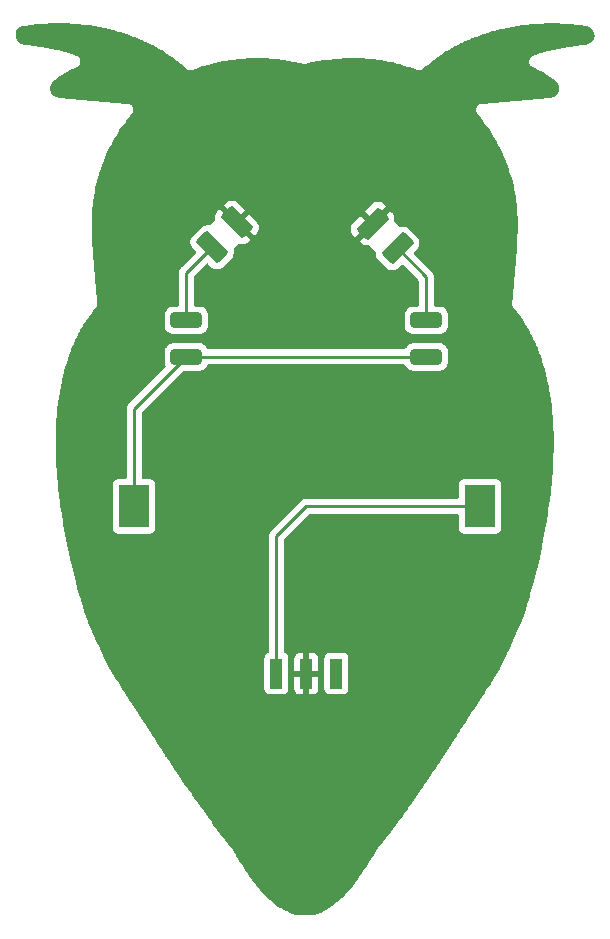
<source format=gbl>
G04 #@! TF.GenerationSoftware,KiCad,Pcbnew,(6.0.10)*
G04 #@! TF.CreationDate,2023-01-13T20:24:24+01:00*
G04 #@! TF.ProjectId,Eule,45756c65-2e6b-4696-9361-645f70636258,rev?*
G04 #@! TF.SameCoordinates,Original*
G04 #@! TF.FileFunction,Copper,L2,Bot*
G04 #@! TF.FilePolarity,Positive*
%FSLAX46Y46*%
G04 Gerber Fmt 4.6, Leading zero omitted, Abs format (unit mm)*
G04 Created by KiCad (PCBNEW (6.0.10)) date 2023-01-13 20:24:24*
%MOMM*%
%LPD*%
G01*
G04 APERTURE LIST*
G04 Aperture macros list*
%AMRoundRect*
0 Rectangle with rounded corners*
0 $1 Rounding radius*
0 $2 $3 $4 $5 $6 $7 $8 $9 X,Y pos of 4 corners*
0 Add a 4 corners polygon primitive as box body*
4,1,4,$2,$3,$4,$5,$6,$7,$8,$9,$2,$3,0*
0 Add four circle primitives for the rounded corners*
1,1,$1+$1,$2,$3*
1,1,$1+$1,$4,$5*
1,1,$1+$1,$6,$7*
1,1,$1+$1,$8,$9*
0 Add four rect primitives between the rounded corners*
20,1,$1+$1,$2,$3,$4,$5,0*
20,1,$1+$1,$4,$5,$6,$7,0*
20,1,$1+$1,$6,$7,$8,$9,0*
20,1,$1+$1,$8,$9,$2,$3,0*%
G04 Aperture macros list end*
G04 #@! TA.AperFunction,SMDPad,CuDef*
%ADD10R,2.600000X3.600000*%
G04 #@! TD*
G04 #@! TA.AperFunction,SMDPad,CuDef*
%ADD11RoundRect,0.250000X1.075000X-0.400000X1.075000X0.400000X-1.075000X0.400000X-1.075000X-0.400000X0*%
G04 #@! TD*
G04 #@! TA.AperFunction,SMDPad,CuDef*
%ADD12RoundRect,0.250001X-0.433103X1.087175X-1.087175X0.433103X0.433103X-1.087175X1.087175X-0.433103X0*%
G04 #@! TD*
G04 #@! TA.AperFunction,SMDPad,CuDef*
%ADD13RoundRect,0.250001X-1.087175X-0.433103X-0.433103X-1.087175X1.087175X0.433103X0.433103X1.087175X0*%
G04 #@! TD*
G04 #@! TA.AperFunction,SMDPad,CuDef*
%ADD14R,1.000000X2.500000*%
G04 #@! TD*
G04 #@! TA.AperFunction,Conductor*
%ADD15C,0.250000*%
G04 #@! TD*
G04 APERTURE END LIST*
D10*
X41290000Y-71120000D03*
X70590000Y-71120000D03*
D11*
X66040000Y-58470000D03*
X66040000Y-55370000D03*
D12*
X50010000Y-47080000D03*
X47906358Y-49183642D03*
D13*
X61495376Y-47185376D03*
X63599018Y-49289018D03*
D14*
X53340000Y-85280000D03*
X55880000Y-85280000D03*
X58420000Y-85280000D03*
D11*
X45720000Y-58470000D03*
X45720000Y-55370000D03*
D15*
X41290000Y-71120000D02*
X41290000Y-62900000D01*
X66040000Y-58470000D02*
X45720000Y-58470000D01*
X41290000Y-62900000D02*
X45720000Y-58470000D01*
X70590000Y-71120000D02*
X55880000Y-71120000D01*
X55880000Y-71120000D02*
X53340000Y-73660000D01*
X53340000Y-73660000D02*
X53340000Y-85280000D01*
X45720000Y-55370000D02*
X45720000Y-51370000D01*
X45720000Y-51370000D02*
X47906358Y-49183642D01*
X66040000Y-55370000D02*
X66040000Y-51730000D01*
X66040000Y-51730000D02*
X63599018Y-49289018D01*
G04 #@! TA.AperFunction,Conductor*
G36*
X35153495Y-30230535D02*
G01*
X35646550Y-30242159D01*
X35649865Y-30242281D01*
X36130934Y-30266479D01*
X36133855Y-30266662D01*
X36365509Y-30283857D01*
X36603452Y-30301519D01*
X36606583Y-30301790D01*
X37063483Y-30347189D01*
X37066753Y-30347558D01*
X37512361Y-30403621D01*
X37515189Y-30404009D01*
X37949888Y-30468731D01*
X37953148Y-30469260D01*
X37986301Y-30475088D01*
X38375139Y-30543446D01*
X38378204Y-30544025D01*
X38788094Y-30626773D01*
X38789055Y-30626967D01*
X38791932Y-30627583D01*
X39180998Y-30715708D01*
X39192592Y-30718334D01*
X39195388Y-30719001D01*
X39208735Y-30722346D01*
X39583507Y-30816271D01*
X39586590Y-30817087D01*
X39963902Y-30922002D01*
X39966580Y-30922780D01*
X40184635Y-30988770D01*
X40332725Y-31033587D01*
X40335488Y-31034458D01*
X40401024Y-31055948D01*
X40690017Y-31150712D01*
X40692964Y-31151719D01*
X41036621Y-31273973D01*
X41038896Y-31274808D01*
X41274498Y-31364010D01*
X41371613Y-31400779D01*
X41374515Y-31401919D01*
X41694700Y-31532294D01*
X41697237Y-31533359D01*
X41883129Y-31613932D01*
X42007749Y-31667947D01*
X42010138Y-31669013D01*
X42055745Y-31689916D01*
X42309835Y-31806374D01*
X42312295Y-31807534D01*
X42600896Y-31947521D01*
X42603340Y-31948739D01*
X42880918Y-32090889D01*
X42883007Y-32091983D01*
X43026553Y-32168919D01*
X43149448Y-32234787D01*
X43151929Y-32236154D01*
X43407659Y-32380781D01*
X43409577Y-32381888D01*
X43654942Y-32526615D01*
X43657137Y-32527942D01*
X43891158Y-32672768D01*
X43892837Y-32673825D01*
X43959219Y-32716377D01*
X44116153Y-32816976D01*
X44118697Y-32818651D01*
X44169500Y-32852977D01*
X44325077Y-32958096D01*
X44331149Y-32962199D01*
X44332371Y-32963035D01*
X44477272Y-33063510D01*
X44535758Y-33104064D01*
X44537919Y-33105596D01*
X44727911Y-33243341D01*
X44729722Y-33244679D01*
X44910763Y-33380936D01*
X44912543Y-33382301D01*
X45082503Y-33515022D01*
X45083880Y-33516112D01*
X45243954Y-33644744D01*
X45245752Y-33646217D01*
X45394179Y-33770064D01*
X45395777Y-33771420D01*
X45414984Y-33787996D01*
X45535117Y-33891672D01*
X45536098Y-33892528D01*
X45604492Y-33952875D01*
X45664762Y-34006055D01*
X45666651Y-34007756D01*
X45694296Y-34033159D01*
X45709305Y-34049626D01*
X45719440Y-34062942D01*
X45730515Y-34071115D01*
X45750893Y-34086153D01*
X45755981Y-34090347D01*
X45756015Y-34090305D01*
X45759521Y-34093094D01*
X45762822Y-34096128D01*
X45773020Y-34103119D01*
X45783370Y-34110214D01*
X45786941Y-34112755D01*
X45829417Y-34144100D01*
X45836640Y-34149430D01*
X45844773Y-34152410D01*
X45845391Y-34152729D01*
X45852539Y-34157629D01*
X45861067Y-34160421D01*
X45861070Y-34160423D01*
X45911257Y-34176856D01*
X45915402Y-34178294D01*
X45964970Y-34196459D01*
X45964978Y-34196461D01*
X45973403Y-34199548D01*
X45982046Y-34200126D01*
X45982728Y-34200258D01*
X45990964Y-34202955D01*
X45999937Y-34203242D01*
X45999938Y-34203242D01*
X46015088Y-34203726D01*
X46052767Y-34204930D01*
X46057092Y-34205144D01*
X46118737Y-34209266D01*
X46127197Y-34207395D01*
X46127888Y-34207330D01*
X46136547Y-34207607D01*
X46196372Y-34192170D01*
X46200635Y-34191149D01*
X46223267Y-34186142D01*
X46228013Y-34185092D01*
X46232541Y-34183325D01*
X46237204Y-34181908D01*
X46237242Y-34182032D01*
X46243535Y-34180000D01*
X46254299Y-34177222D01*
X46268891Y-34173457D01*
X46268894Y-34173456D01*
X46277585Y-34171213D01*
X46285301Y-34166619D01*
X46295333Y-34160646D01*
X46313974Y-34151535D01*
X46437999Y-34103119D01*
X46447001Y-34099605D01*
X46448958Y-34098860D01*
X46457658Y-34095630D01*
X46556971Y-34058756D01*
X46641240Y-34027468D01*
X46643133Y-34026782D01*
X46849883Y-33953755D01*
X46852463Y-33952875D01*
X47074488Y-33879816D01*
X47076647Y-33879127D01*
X47315651Y-33805218D01*
X47317472Y-33804670D01*
X47433372Y-33770737D01*
X47569194Y-33730971D01*
X47571839Y-33730229D01*
X47837589Y-33658792D01*
X47840129Y-33658137D01*
X48120319Y-33589049D01*
X48122473Y-33588538D01*
X48416493Y-33521498D01*
X48419497Y-33520851D01*
X48551662Y-33494088D01*
X48726796Y-33458624D01*
X48729190Y-33458164D01*
X49050836Y-33399596D01*
X49053704Y-33399109D01*
X49387477Y-33346357D01*
X49390190Y-33345959D01*
X49738078Y-33298870D01*
X49740900Y-33298520D01*
X50100882Y-33258095D01*
X50103594Y-33257820D01*
X50476028Y-33224224D01*
X50479446Y-33223963D01*
X50604306Y-33216140D01*
X50863034Y-33199929D01*
X50865718Y-33199789D01*
X51262374Y-33183422D01*
X51265786Y-33183328D01*
X51539019Y-33179461D01*
X51673056Y-33177564D01*
X51676251Y-33177559D01*
X52096517Y-33182379D01*
X52099487Y-33182449D01*
X52341852Y-33191104D01*
X52531823Y-33197889D01*
X52535015Y-33198044D01*
X52976052Y-33225007D01*
X52979578Y-33225272D01*
X53432289Y-33265727D01*
X53435648Y-33266072D01*
X53900109Y-33320148D01*
X53903283Y-33320559D01*
X54377424Y-33388154D01*
X54380905Y-33388700D01*
X54865027Y-33471638D01*
X54868618Y-33472307D01*
X55365081Y-33572377D01*
X55367187Y-33572822D01*
X55654391Y-33636007D01*
X55655071Y-33636159D01*
X55728839Y-33652996D01*
X55745503Y-33651994D01*
X55758916Y-33651187D01*
X55775834Y-33651308D01*
X55796924Y-33652878D01*
X55796926Y-33652878D01*
X55805875Y-33653544D01*
X55839391Y-33646393D01*
X55839806Y-33646321D01*
X55840555Y-33646276D01*
X55842584Y-33645834D01*
X55842589Y-33645833D01*
X55868775Y-33640127D01*
X55869311Y-33640011D01*
X55948327Y-33623154D01*
X55949232Y-33622666D01*
X55950194Y-33622386D01*
X55996496Y-33612297D01*
X56369447Y-33531031D01*
X56385207Y-33527597D01*
X56388412Y-33526942D01*
X56874680Y-33434135D01*
X56878119Y-33433528D01*
X57353992Y-33356307D01*
X57357369Y-33355806D01*
X57597642Y-33323471D01*
X57823695Y-33293050D01*
X57826871Y-33292664D01*
X58188856Y-33253468D01*
X58280990Y-33243492D01*
X58284474Y-33243164D01*
X58387065Y-33234930D01*
X58728969Y-33207489D01*
X58731985Y-33207284D01*
X58957788Y-33194711D01*
X59164326Y-33183212D01*
X59167880Y-33183064D01*
X59389348Y-33176996D01*
X59588978Y-33171527D01*
X59592084Y-33171480D01*
X59748470Y-33171113D01*
X60002582Y-33170517D01*
X60005616Y-33170547D01*
X60218539Y-33175175D01*
X60403840Y-33179203D01*
X60407017Y-33179313D01*
X60792481Y-33197532D01*
X60795875Y-33197738D01*
X60957658Y-33209768D01*
X61170717Y-33225611D01*
X61173267Y-33225828D01*
X61535838Y-33260450D01*
X61538921Y-33260783D01*
X61699701Y-33280165D01*
X61888600Y-33302936D01*
X61891587Y-33303332D01*
X61961269Y-33313428D01*
X62228831Y-33352194D01*
X62231621Y-33352631D01*
X62555774Y-33407296D01*
X62558406Y-33407769D01*
X62870534Y-33467313D01*
X62872922Y-33467793D01*
X63116000Y-33519214D01*
X63171861Y-33531031D01*
X63174597Y-33531642D01*
X63458226Y-33598267D01*
X63461183Y-33598999D01*
X63593402Y-33633450D01*
X63732955Y-33669812D01*
X63734787Y-33670305D01*
X63868963Y-33707576D01*
X63993043Y-33742043D01*
X63995741Y-33742825D01*
X64238017Y-33815982D01*
X64240370Y-33816718D01*
X64469575Y-33890900D01*
X64471876Y-33891670D01*
X64686856Y-33965866D01*
X64688894Y-33966590D01*
X64890080Y-34040010D01*
X64891915Y-34040695D01*
X65078150Y-34111959D01*
X65080194Y-34112762D01*
X65134494Y-34134632D01*
X65157326Y-34143828D01*
X65166671Y-34147592D01*
X65186480Y-34157685D01*
X65200762Y-34166632D01*
X65209405Y-34169072D01*
X65209408Y-34169073D01*
X65238275Y-34177222D01*
X65244445Y-34179328D01*
X65244464Y-34179270D01*
X65248734Y-34180646D01*
X65252888Y-34182319D01*
X65276978Y-34188231D01*
X65277174Y-34188279D01*
X65281373Y-34189386D01*
X65332305Y-34203763D01*
X65332307Y-34203763D01*
X65340943Y-34206201D01*
X65349630Y-34206119D01*
X65350084Y-34206172D01*
X65358526Y-34208244D01*
X65420413Y-34205529D01*
X65424696Y-34205416D01*
X65486593Y-34204835D01*
X65494904Y-34202320D01*
X65495370Y-34202241D01*
X65504043Y-34201860D01*
X65562634Y-34181901D01*
X65566765Y-34180573D01*
X65617412Y-34165246D01*
X65626007Y-34162645D01*
X65633275Y-34157900D01*
X65633701Y-34157693D01*
X65641920Y-34154893D01*
X65692596Y-34119263D01*
X65696149Y-34116856D01*
X65715646Y-34104128D01*
X65715652Y-34104123D01*
X65719724Y-34101465D01*
X65723339Y-34098211D01*
X65727201Y-34095241D01*
X65727285Y-34095351D01*
X65732398Y-34091278D01*
X65753730Y-34076279D01*
X65753732Y-34076277D01*
X65761074Y-34071115D01*
X65774037Y-34054870D01*
X65788230Y-34039809D01*
X65876382Y-33960473D01*
X65877509Y-33959471D01*
X66010367Y-33842747D01*
X66012054Y-33841290D01*
X66154239Y-33720761D01*
X66156056Y-33719250D01*
X66311722Y-33592233D01*
X66312808Y-33591357D01*
X66478945Y-33458832D01*
X66480573Y-33457555D01*
X66653455Y-33324352D01*
X66655795Y-33322593D01*
X66667163Y-33314257D01*
X66743746Y-33258096D01*
X66841355Y-33186516D01*
X66842678Y-33185559D01*
X67039885Y-33044833D01*
X67042079Y-33043302D01*
X67112540Y-32995246D01*
X67249218Y-32902028D01*
X67250783Y-32900979D01*
X67470149Y-32756659D01*
X67471823Y-32755578D01*
X67699556Y-32611092D01*
X67701915Y-32609632D01*
X67940742Y-32465381D01*
X67942787Y-32464171D01*
X68192595Y-32319646D01*
X68195018Y-32318280D01*
X68456921Y-32174377D01*
X68458896Y-32173315D01*
X68706536Y-32042932D01*
X68730642Y-32030240D01*
X68733137Y-32028962D01*
X68766613Y-32012281D01*
X69015742Y-31888138D01*
X69018144Y-31886972D01*
X69311064Y-31748677D01*
X69313483Y-31747567D01*
X69619101Y-31611095D01*
X69621497Y-31610055D01*
X69936585Y-31477488D01*
X69939187Y-31476429D01*
X70265578Y-31347793D01*
X70268313Y-31346751D01*
X70464010Y-31274828D01*
X70605579Y-31222798D01*
X70608295Y-31221836D01*
X70958008Y-31102375D01*
X70960534Y-31101541D01*
X71228528Y-31016270D01*
X71320444Y-30987024D01*
X71323509Y-30986092D01*
X71579292Y-30911875D01*
X71694406Y-30878474D01*
X71697301Y-30877671D01*
X72079842Y-30776495D01*
X72082699Y-30775775D01*
X72251185Y-30735404D01*
X72477114Y-30681269D01*
X72480005Y-30680614D01*
X72884547Y-30593927D01*
X72887727Y-30593288D01*
X73304738Y-30515098D01*
X73307516Y-30514609D01*
X73358381Y-30506246D01*
X73736616Y-30444059D01*
X73739700Y-30443593D01*
X74118834Y-30391097D01*
X74178335Y-30382859D01*
X74181672Y-30382442D01*
X74632888Y-30332199D01*
X74635826Y-30331907D01*
X74810370Y-30316602D01*
X75099723Y-30291231D01*
X75102716Y-30291004D01*
X75339221Y-30276042D01*
X75577080Y-30260994D01*
X75580279Y-30260833D01*
X75873593Y-30249753D01*
X76067561Y-30242426D01*
X76070565Y-30242348D01*
X76295918Y-30239280D01*
X76568983Y-30235562D01*
X76572135Y-30235558D01*
X77082074Y-30241374D01*
X77085309Y-30241453D01*
X77608302Y-30260859D01*
X77611404Y-30261012D01*
X78146205Y-30294073D01*
X78149153Y-30294290D01*
X78433116Y-30318543D01*
X78696117Y-30341005D01*
X78699112Y-30341298D01*
X79258934Y-30402741D01*
X79261490Y-30403049D01*
X79411271Y-30422693D01*
X79545830Y-30440341D01*
X79551389Y-30441197D01*
X79652152Y-30459018D01*
X79664820Y-30461939D01*
X79740047Y-30483433D01*
X79750326Y-30486855D01*
X79802324Y-30506684D01*
X79812215Y-30510456D01*
X79824097Y-30515704D01*
X79872927Y-30540352D01*
X79883343Y-30546246D01*
X79923819Y-30571763D01*
X79933801Y-30578753D01*
X79971068Y-30607636D01*
X79978172Y-30613572D01*
X80008835Y-30641169D01*
X80017185Y-30649420D01*
X80040233Y-30674421D01*
X80046286Y-30681495D01*
X80071390Y-30713125D01*
X80075345Y-30718384D01*
X80095793Y-30747109D01*
X80100321Y-30753929D01*
X80116584Y-30780238D01*
X80119227Y-30784717D01*
X80138297Y-30818620D01*
X80138877Y-30819662D01*
X80146141Y-30832866D01*
X80147782Y-30835850D01*
X80152090Y-30844444D01*
X80160327Y-30862567D01*
X80160333Y-30862579D01*
X80162188Y-30866659D01*
X80164603Y-30870436D01*
X80166742Y-30874373D01*
X80170299Y-30880639D01*
X80196380Y-30932802D01*
X80200670Y-30942354D01*
X80212718Y-30972472D01*
X80226990Y-31008152D01*
X80229848Y-31016054D01*
X80251559Y-31082996D01*
X80254254Y-31092582D01*
X80268319Y-31151442D01*
X80270562Y-31163342D01*
X80275130Y-31196166D01*
X80277811Y-31215438D01*
X80278937Y-31228451D01*
X80280537Y-31274828D01*
X80280592Y-31276426D01*
X80280302Y-31290343D01*
X80277486Y-31327277D01*
X80276550Y-31339547D01*
X80274817Y-31352861D01*
X80265747Y-31401919D01*
X80265686Y-31402248D01*
X80262195Y-31416456D01*
X80247005Y-31465722D01*
X80241861Y-31479491D01*
X80217437Y-31534790D01*
X80211414Y-31546681D01*
X80176102Y-31608095D01*
X80168779Y-31619385D01*
X80117678Y-31689650D01*
X80110556Y-31698564D01*
X80067628Y-31747567D01*
X80033216Y-31786849D01*
X80029265Y-31791153D01*
X80027007Y-31793502D01*
X80018720Y-31802120D01*
X80016993Y-31803880D01*
X79988247Y-31832626D01*
X79983445Y-31837183D01*
X79978523Y-31841613D01*
X79965701Y-31853154D01*
X79961735Y-31856575D01*
X79941630Y-31873200D01*
X79940074Y-31874487D01*
X79931830Y-31880752D01*
X79905988Y-31898763D01*
X79898368Y-31903676D01*
X79872295Y-31919188D01*
X79858932Y-31927138D01*
X79850858Y-31931551D01*
X79801660Y-31956150D01*
X79791919Y-31960515D01*
X79733609Y-31983731D01*
X79723651Y-31987220D01*
X79650052Y-32009594D01*
X79639630Y-32012281D01*
X79528975Y-32035825D01*
X79527599Y-32036110D01*
X79527390Y-32036152D01*
X79527058Y-32036218D01*
X79520687Y-32037330D01*
X79485882Y-32042485D01*
X79484523Y-32042679D01*
X79463307Y-32045586D01*
X79419473Y-32051590D01*
X79417712Y-32051818D01*
X79370721Y-32057561D01*
X79368714Y-32057738D01*
X79366691Y-32057691D01*
X79361861Y-32058329D01*
X79361860Y-32058329D01*
X79330433Y-32062480D01*
X79329221Y-32062634D01*
X79296066Y-32066686D01*
X79294111Y-32067214D01*
X79292106Y-32067542D01*
X79254955Y-32072448D01*
X79222056Y-32076793D01*
X79221944Y-32076808D01*
X79121849Y-32089936D01*
X79101529Y-32092601D01*
X79100885Y-32092684D01*
X79005956Y-32104637D01*
X79004321Y-32104786D01*
X79002613Y-32104750D01*
X78998187Y-32105344D01*
X78998188Y-32105344D01*
X78965999Y-32109664D01*
X78964982Y-32109797D01*
X78935609Y-32113496D01*
X78935607Y-32113496D01*
X78931242Y-32114046D01*
X78929593Y-32114498D01*
X78927943Y-32114772D01*
X78883911Y-32120683D01*
X78853165Y-32124810D01*
X78852405Y-32124884D01*
X78851546Y-32124869D01*
X78849171Y-32125198D01*
X78849167Y-32125198D01*
X78828155Y-32128105D01*
X78813560Y-32130125D01*
X78813103Y-32130187D01*
X78778163Y-32134877D01*
X78777335Y-32135111D01*
X78776577Y-32135242D01*
X78692231Y-32146912D01*
X78691724Y-32146963D01*
X78691142Y-32146955D01*
X78652735Y-32152377D01*
X78652544Y-32152404D01*
X78617137Y-32157303D01*
X78616573Y-32157465D01*
X78616074Y-32157553D01*
X78520686Y-32171019D01*
X78519952Y-32171095D01*
X78519109Y-32171087D01*
X78516789Y-32171424D01*
X78516779Y-32171425D01*
X78481295Y-32176579D01*
X78480800Y-32176650D01*
X78478725Y-32176943D01*
X78445762Y-32181597D01*
X78444955Y-32181831D01*
X78444192Y-32181968D01*
X78339637Y-32197155D01*
X78338799Y-32197246D01*
X78337878Y-32197240D01*
X78335337Y-32197620D01*
X78335323Y-32197622D01*
X78300143Y-32202890D01*
X78299596Y-32202971D01*
X78291335Y-32204171D01*
X78264773Y-32208029D01*
X78263886Y-32208291D01*
X78263058Y-32208443D01*
X78149910Y-32225385D01*
X78147687Y-32225642D01*
X78145470Y-32225653D01*
X78109712Y-32231396D01*
X78108446Y-32231593D01*
X78095224Y-32233573D01*
X78075590Y-32236513D01*
X78073470Y-32237148D01*
X78071219Y-32237579D01*
X77951923Y-32256741D01*
X77950967Y-32256859D01*
X77949893Y-32256870D01*
X77922053Y-32261487D01*
X77912489Y-32263073D01*
X77911856Y-32263177D01*
X77880189Y-32268263D01*
X77880186Y-32268264D01*
X77877307Y-32268726D01*
X77876290Y-32269042D01*
X77875318Y-32269236D01*
X77750232Y-32289979D01*
X77748984Y-32290141D01*
X77747640Y-32290163D01*
X77710371Y-32296589D01*
X77710086Y-32296637D01*
X77675791Y-32302324D01*
X77674505Y-32302731D01*
X77673275Y-32302985D01*
X77543615Y-32325339D01*
X77541138Y-32325683D01*
X77538713Y-32325751D01*
X77533926Y-32326634D01*
X77503471Y-32332251D01*
X77502027Y-32332509D01*
X77474027Y-32337337D01*
X77474025Y-32337337D01*
X77469620Y-32338097D01*
X77467307Y-32338845D01*
X77464820Y-32339381D01*
X77331867Y-32363907D01*
X77330199Y-32364155D01*
X77328418Y-32364220D01*
X77292239Y-32371211D01*
X77291236Y-32371401D01*
X77285970Y-32372373D01*
X77262253Y-32376747D01*
X77262247Y-32376748D01*
X77257848Y-32377560D01*
X77256169Y-32378125D01*
X77254467Y-32378510D01*
X77120668Y-32404364D01*
X77119208Y-32404594D01*
X77117654Y-32404662D01*
X77113628Y-32405471D01*
X77081082Y-32412011D01*
X77080208Y-32412183D01*
X77046674Y-32418663D01*
X77045198Y-32419174D01*
X77043737Y-32419516D01*
X76907516Y-32446891D01*
X76903926Y-32447498D01*
X76900690Y-32447691D01*
X76895931Y-32448726D01*
X76895928Y-32448726D01*
X76886855Y-32450699D01*
X76866836Y-32455050D01*
X76865078Y-32455419D01*
X76834019Y-32461660D01*
X76830969Y-32462741D01*
X76827317Y-32463642D01*
X76692579Y-32492932D01*
X76689244Y-32493549D01*
X76686186Y-32493777D01*
X76673170Y-32496810D01*
X76652216Y-32501692D01*
X76650389Y-32502103D01*
X76623687Y-32507908D01*
X76623682Y-32507909D01*
X76619300Y-32508862D01*
X76616434Y-32509929D01*
X76613059Y-32510816D01*
X76581340Y-32518207D01*
X76479139Y-32542021D01*
X76476453Y-32542555D01*
X76473853Y-32542782D01*
X76469125Y-32543946D01*
X76469122Y-32543947D01*
X76439279Y-32551297D01*
X76437742Y-32551665D01*
X76410422Y-32558031D01*
X76410408Y-32558035D01*
X76406045Y-32559052D01*
X76403620Y-32559996D01*
X76400909Y-32560749D01*
X76361194Y-32570531D01*
X76269769Y-32593049D01*
X76265230Y-32594027D01*
X76261412Y-32594433D01*
X76228817Y-32603114D01*
X76226571Y-32603689D01*
X76201290Y-32609916D01*
X76201286Y-32609917D01*
X76196935Y-32610989D01*
X76193398Y-32612417D01*
X76188806Y-32613769D01*
X76061299Y-32647730D01*
X76057262Y-32648677D01*
X76053736Y-32649113D01*
X76049049Y-32650449D01*
X76049047Y-32650449D01*
X76020903Y-32658469D01*
X76018825Y-32659042D01*
X75988849Y-32667026D01*
X75985589Y-32668414D01*
X75981531Y-32669690D01*
X75859870Y-32704359D01*
X75853819Y-32705908D01*
X75849198Y-32706589D01*
X75844557Y-32708028D01*
X75844550Y-32708030D01*
X75818342Y-32716159D01*
X75815553Y-32716988D01*
X75787524Y-32724976D01*
X75783434Y-32726802D01*
X75782817Y-32727026D01*
X75777099Y-32728951D01*
X75662120Y-32764614D01*
X75656344Y-32766255D01*
X75652420Y-32767269D01*
X75647625Y-32768120D01*
X75643024Y-32769697D01*
X75643015Y-32769699D01*
X75618961Y-32777942D01*
X75615445Y-32779089D01*
X75593775Y-32785811D01*
X75593768Y-32785814D01*
X75589489Y-32787141D01*
X75585439Y-32789063D01*
X75581265Y-32790691D01*
X75581206Y-32790541D01*
X75575906Y-32792698D01*
X75492594Y-32821249D01*
X75468794Y-32829405D01*
X75466999Y-32829953D01*
X75465116Y-32830305D01*
X75430425Y-32842550D01*
X75429496Y-32842873D01*
X75409665Y-32849668D01*
X75405538Y-32851003D01*
X75402518Y-32851922D01*
X75397761Y-32852977D01*
X75370709Y-32863552D01*
X75366801Y-32865005D01*
X75342330Y-32873642D01*
X75338354Y-32875720D01*
X75334245Y-32877508D01*
X75334215Y-32877439D01*
X75328308Y-32880127D01*
X75176812Y-32939347D01*
X75171577Y-32941226D01*
X75167377Y-32942252D01*
X75162893Y-32944116D01*
X75162881Y-32944120D01*
X75137035Y-32954865D01*
X75134541Y-32955871D01*
X75119756Y-32961651D01*
X75106858Y-32966693D01*
X75103109Y-32968815D01*
X75097833Y-32971164D01*
X75075751Y-32980344D01*
X75062120Y-32985114D01*
X75035422Y-32992771D01*
X75035421Y-32992771D01*
X75026793Y-32995246D01*
X75019205Y-33000044D01*
X75019204Y-33000044D01*
X75011142Y-33005141D01*
X74977868Y-33026179D01*
X74972664Y-33029469D01*
X74969703Y-33031285D01*
X74922294Y-33059461D01*
X74922291Y-33059463D01*
X74914577Y-33064048D01*
X74909711Y-33069271D01*
X74903678Y-33073085D01*
X74861300Y-33121159D01*
X74858969Y-33123731D01*
X74821400Y-33164053D01*
X74821398Y-33164056D01*
X74815284Y-33170618D01*
X74812079Y-33176996D01*
X74807360Y-33182350D01*
X74803556Y-33190472D01*
X74803554Y-33190475D01*
X74780185Y-33240371D01*
X74778668Y-33243495D01*
X74753922Y-33292747D01*
X74753919Y-33292756D01*
X74749892Y-33300771D01*
X74748606Y-33307794D01*
X74745579Y-33314257D01*
X74740611Y-33346361D01*
X74735781Y-33377569D01*
X74735203Y-33380991D01*
X74725473Y-33434135D01*
X74723658Y-33444047D01*
X74724395Y-33451150D01*
X74723304Y-33458201D01*
X74731596Y-33521152D01*
X74731671Y-33521724D01*
X74732075Y-33525154D01*
X74738692Y-33588927D01*
X74741392Y-33595535D01*
X74742324Y-33602612D01*
X74768195Y-33661259D01*
X74769538Y-33664422D01*
X74787170Y-33707576D01*
X74793784Y-33723764D01*
X74798231Y-33729349D01*
X74801111Y-33735879D01*
X74806894Y-33742746D01*
X74806895Y-33742747D01*
X74842391Y-33784894D01*
X74844592Y-33787582D01*
X74884507Y-33837719D01*
X74890342Y-33841831D01*
X74894939Y-33847290D01*
X74948336Y-33882762D01*
X74951180Y-33884709D01*
X74996229Y-33916459D01*
X75003566Y-33921630D01*
X75042060Y-33934791D01*
X75054037Y-33939584D01*
X75273911Y-34040933D01*
X75276370Y-34042099D01*
X75501778Y-34151962D01*
X75504324Y-34153239D01*
X75715262Y-34262018D01*
X75717506Y-34263204D01*
X75909365Y-34367089D01*
X75912319Y-34368740D01*
X76090126Y-34471285D01*
X76091636Y-34472170D01*
X76253109Y-34568307D01*
X76256165Y-34570185D01*
X76400305Y-34661658D01*
X76401987Y-34662745D01*
X76532093Y-34748243D01*
X76534315Y-34749737D01*
X76648944Y-34828602D01*
X76650844Y-34829935D01*
X76699935Y-34865064D01*
X76750663Y-34901365D01*
X76752416Y-34902643D01*
X76832968Y-34962409D01*
X76836131Y-34964834D01*
X76875052Y-34995667D01*
X76904913Y-35019323D01*
X76959375Y-35062547D01*
X76962708Y-35065287D01*
X76997735Y-35095097D01*
X77003863Y-35100676D01*
X77007034Y-35104280D01*
X77026070Y-35120143D01*
X77035280Y-35128630D01*
X77106194Y-35200812D01*
X77116242Y-35212367D01*
X77165066Y-35275939D01*
X77173673Y-35288687D01*
X77214821Y-35358483D01*
X77221304Y-35371045D01*
X77253533Y-35443176D01*
X77259043Y-35457918D01*
X77282055Y-35533601D01*
X77285414Y-35547410D01*
X77295666Y-35603062D01*
X77299769Y-35625333D01*
X77301642Y-35640855D01*
X77306220Y-35719689D01*
X77306220Y-35734299D01*
X77301577Y-35814246D01*
X77299782Y-35829340D01*
X77284801Y-35912268D01*
X77281598Y-35925727D01*
X77264042Y-35984866D01*
X77259064Y-35998641D01*
X77224710Y-36078801D01*
X77218395Y-36091509D01*
X77178704Y-36161223D01*
X77169616Y-36175000D01*
X77122631Y-36236979D01*
X77113336Y-36247890D01*
X77056396Y-36307491D01*
X77045882Y-36317307D01*
X76983287Y-36369383D01*
X76971470Y-36378101D01*
X76906802Y-36420209D01*
X76893107Y-36427953D01*
X76822603Y-36462198D01*
X76808864Y-36467895D01*
X76732327Y-36494449D01*
X76718202Y-36498443D01*
X76701811Y-36502062D01*
X76637536Y-36516252D01*
X76622641Y-36518615D01*
X76557089Y-36525023D01*
X76530079Y-36527663D01*
X76529075Y-36527757D01*
X70781689Y-37043156D01*
X70777697Y-37043265D01*
X70773885Y-37042583D01*
X70764964Y-37043545D01*
X70764963Y-37043545D01*
X70704909Y-37050021D01*
X70702653Y-37050243D01*
X70678680Y-37052393D01*
X70678671Y-37052394D01*
X70674215Y-37052794D01*
X70670852Y-37053587D01*
X70666938Y-37054115D01*
X70656423Y-37055249D01*
X70637993Y-37057236D01*
X70637990Y-37057237D01*
X70629067Y-37058199D01*
X70608839Y-37066559D01*
X70589645Y-37072745D01*
X70577084Y-37075708D01*
X70577082Y-37075709D01*
X70568349Y-37077769D01*
X70539333Y-37094236D01*
X70525279Y-37101094D01*
X70502749Y-37110405D01*
X70502747Y-37110406D01*
X70494453Y-37113834D01*
X70487454Y-37119452D01*
X70487451Y-37119454D01*
X70477389Y-37127532D01*
X70460701Y-37138858D01*
X70441669Y-37149659D01*
X70426034Y-37165779D01*
X70418448Y-37173600D01*
X70406877Y-37184134D01*
X70387867Y-37199393D01*
X70387865Y-37199395D01*
X70380864Y-37205015D01*
X70375721Y-37212375D01*
X70368328Y-37222955D01*
X70355489Y-37238510D01*
X70340257Y-37254214D01*
X70336065Y-37262156D01*
X70324685Y-37283715D01*
X70316540Y-37297067D01*
X70297433Y-37324411D01*
X70294564Y-37332914D01*
X70294562Y-37332918D01*
X70290437Y-37345143D01*
X70282485Y-37363667D01*
X70272265Y-37383029D01*
X70270470Y-37391832D01*
X70265598Y-37415723D01*
X70261528Y-37430823D01*
X70250866Y-37462424D01*
X70250130Y-37480393D01*
X70249971Y-37484280D01*
X70247536Y-37504300D01*
X70245165Y-37515929D01*
X70243162Y-37525750D01*
X70243909Y-37534695D01*
X70245938Y-37558996D01*
X70246270Y-37574634D01*
X70245273Y-37598991D01*
X70244906Y-37607959D01*
X70250100Y-37628861D01*
X70250183Y-37629195D01*
X70253464Y-37649090D01*
X70255286Y-37670903D01*
X70258514Y-37679280D01*
X70267280Y-37702030D01*
X70271986Y-37716944D01*
X70277866Y-37740604D01*
X70277867Y-37740608D01*
X70280032Y-37749318D01*
X70291061Y-37768227D01*
X70299787Y-37786386D01*
X70307661Y-37806818D01*
X70313108Y-37813949D01*
X70328288Y-37833822D01*
X70331771Y-37838612D01*
X70333976Y-37841799D01*
X70336422Y-37845992D01*
X70352827Y-37866175D01*
X70354520Y-37868258D01*
X70356870Y-37871241D01*
X70396078Y-37922570D01*
X70401179Y-37926321D01*
X70406170Y-37931802D01*
X70672083Y-38258950D01*
X70674540Y-38262074D01*
X70825899Y-38460828D01*
X70959953Y-38636859D01*
X70962094Y-38639756D01*
X71102723Y-38835829D01*
X71230249Y-39013635D01*
X71232402Y-39016734D01*
X71424702Y-39302605D01*
X71482499Y-39388526D01*
X71484652Y-39391838D01*
X71595235Y-39567951D01*
X71716796Y-39761549D01*
X71718945Y-39765098D01*
X71873269Y-40029849D01*
X71934677Y-40135198D01*
X71936235Y-40137952D01*
X72137713Y-40504451D01*
X72139519Y-40507858D01*
X72283007Y-40788915D01*
X72324946Y-40871064D01*
X72326542Y-40874302D01*
X72468009Y-41172251D01*
X72497691Y-41234765D01*
X72499212Y-41238094D01*
X72656055Y-41594818D01*
X72657391Y-41597973D01*
X72800881Y-41950003D01*
X72802121Y-41953166D01*
X72933040Y-42301010D01*
X72934192Y-42304203D01*
X73052815Y-42647638D01*
X73053788Y-42650570D01*
X73077334Y-42724570D01*
X73155186Y-42969246D01*
X73160797Y-42986881D01*
X73161792Y-42990164D01*
X73257465Y-43322149D01*
X73258197Y-43324798D01*
X73344384Y-43650394D01*
X73345156Y-43653468D01*
X73420529Y-43970221D01*
X73421197Y-43973188D01*
X73438473Y-44054557D01*
X73487130Y-44283742D01*
X73487679Y-44286477D01*
X73545200Y-44590386D01*
X73545640Y-44592842D01*
X73595482Y-44888056D01*
X73595893Y-44890654D01*
X73638058Y-45177193D01*
X73638365Y-45179427D01*
X73669620Y-45423544D01*
X73673799Y-45456187D01*
X73674096Y-45458709D01*
X73702457Y-45722456D01*
X73702676Y-45724495D01*
X73702937Y-45727200D01*
X73719854Y-45925061D01*
X73725029Y-45985586D01*
X73725147Y-45987066D01*
X73743396Y-46234862D01*
X73743559Y-46237440D01*
X73755969Y-46471316D01*
X73756053Y-46473149D01*
X73759837Y-46571523D01*
X73764682Y-46697506D01*
X73764742Y-46699483D01*
X73767029Y-46801036D01*
X73769571Y-46913904D01*
X73769590Y-46914924D01*
X73772487Y-47115789D01*
X73772500Y-47117606D01*
X73772500Y-47304536D01*
X73772492Y-47305936D01*
X73770578Y-47478195D01*
X73770550Y-47479812D01*
X73770139Y-47496987D01*
X73766660Y-47642228D01*
X73762912Y-47783705D01*
X73762707Y-47791431D01*
X73762697Y-47791798D01*
X73759869Y-47887949D01*
X73759814Y-47888778D01*
X73759649Y-47889690D01*
X73759585Y-47892263D01*
X73759584Y-47892273D01*
X73758696Y-47927788D01*
X73758681Y-47928339D01*
X73757646Y-47963548D01*
X73757751Y-47964476D01*
X73757758Y-47965319D01*
X73755682Y-48048344D01*
X73755442Y-48056596D01*
X73753865Y-48110721D01*
X73753543Y-48116767D01*
X73753248Y-48120579D01*
X73752500Y-48125386D01*
X73752500Y-48155763D01*
X73752447Y-48159431D01*
X73752132Y-48170261D01*
X73751653Y-48186693D01*
X73752159Y-48191143D01*
X73752347Y-48195623D01*
X73752180Y-48195630D01*
X73752500Y-48201285D01*
X73752500Y-48231746D01*
X73752494Y-48233019D01*
X73751602Y-48321329D01*
X73751536Y-48324324D01*
X73747817Y-48434044D01*
X73747721Y-48436646D01*
X73743034Y-48563180D01*
X73742943Y-48565183D01*
X73737353Y-48670688D01*
X73735225Y-48710839D01*
X73728640Y-48832319D01*
X73726462Y-48872489D01*
X73726373Y-48873969D01*
X73723064Y-48923602D01*
X73717230Y-49011110D01*
X73717149Y-49011889D01*
X73716961Y-49012743D01*
X73716809Y-49015178D01*
X73716808Y-49015186D01*
X73714574Y-49050943D01*
X73714540Y-49051466D01*
X73712197Y-49086607D01*
X73712264Y-49087484D01*
X73712241Y-49088264D01*
X73702616Y-49242267D01*
X73702562Y-49243075D01*
X73688844Y-49442008D01*
X73688793Y-49442721D01*
X73672978Y-49653253D01*
X73660853Y-49811605D01*
X73658989Y-49835944D01*
X73658941Y-49836362D01*
X73658828Y-49836850D01*
X73655923Y-49875987D01*
X73653197Y-49911581D01*
X73653229Y-49912068D01*
X73653212Y-49912492D01*
X73639050Y-50103259D01*
X73638986Y-50104085D01*
X73629602Y-50220151D01*
X73620200Y-50336448D01*
X73606990Y-50494971D01*
X73603535Y-50536427D01*
X73603515Y-50536590D01*
X73603463Y-50536808D01*
X73600265Y-50575661D01*
X73600218Y-50575784D01*
X73600255Y-50575787D01*
X73597224Y-50612158D01*
X73597237Y-50612376D01*
X73597228Y-50612565D01*
X73592325Y-50672135D01*
X73583455Y-50779907D01*
X73583431Y-50780106D01*
X73583382Y-50780310D01*
X73580128Y-50820330D01*
X73577219Y-50855679D01*
X73577231Y-50855883D01*
X73577223Y-50856059D01*
X73569567Y-50950230D01*
X73560233Y-51065046D01*
X73539450Y-51309489D01*
X73539402Y-51310039D01*
X73521012Y-51515666D01*
X73520925Y-51516350D01*
X73520741Y-51517105D01*
X73517441Y-51555609D01*
X73514269Y-51591073D01*
X73514310Y-51591856D01*
X73514275Y-51592531D01*
X73513028Y-51607082D01*
X73496479Y-51800147D01*
X73496426Y-51800747D01*
X73478118Y-52002974D01*
X73478067Y-52003375D01*
X73477950Y-52003845D01*
X73474527Y-52042641D01*
X73471279Y-52078515D01*
X73471305Y-52079001D01*
X73471283Y-52079412D01*
X73453531Y-52280599D01*
X73441905Y-52410155D01*
X73436060Y-52475282D01*
X73436022Y-52475574D01*
X73435939Y-52475910D01*
X73435852Y-52476901D01*
X73435850Y-52476914D01*
X73432661Y-52513112D01*
X73432490Y-52515055D01*
X73429272Y-52550915D01*
X73429290Y-52551262D01*
X73429276Y-52551540D01*
X73424952Y-52600612D01*
X73412553Y-52741334D01*
X73412517Y-52741733D01*
X73403691Y-52838383D01*
X73396842Y-52913392D01*
X73396201Y-52920407D01*
X73396183Y-52920548D01*
X73396138Y-52920727D01*
X73392536Y-52960536D01*
X73392497Y-52960636D01*
X73392527Y-52960639D01*
X73389287Y-52996116D01*
X73389296Y-52996294D01*
X73389289Y-52996430D01*
X73373655Y-53169218D01*
X73365952Y-53250303D01*
X73358475Y-53329009D01*
X73358350Y-53329962D01*
X73358093Y-53330991D01*
X73354652Y-53369245D01*
X73351326Y-53404258D01*
X73351376Y-53405312D01*
X73351321Y-53406278D01*
X73337742Y-53557254D01*
X73337665Y-53558081D01*
X73324621Y-53693125D01*
X73324523Y-53693856D01*
X73324318Y-53694672D01*
X73320757Y-53733135D01*
X73317345Y-53768455D01*
X73317384Y-53769295D01*
X73317340Y-53770039D01*
X73309237Y-53857549D01*
X73308999Y-53859425D01*
X73308546Y-53861294D01*
X73308141Y-53866155D01*
X73307853Y-53869611D01*
X73305147Y-53883785D01*
X73305150Y-53883786D01*
X73303792Y-53892658D01*
X73301189Y-53901248D01*
X73301102Y-53910222D01*
X73300704Y-53951304D01*
X73300275Y-53960541D01*
X73299224Y-53973158D01*
X73299489Y-53977633D01*
X73300058Y-53987251D01*
X73300272Y-53995914D01*
X73299778Y-54046898D01*
X73302213Y-54055536D01*
X73303371Y-54064219D01*
X73305119Y-54072782D01*
X73305649Y-54081741D01*
X73310624Y-54095645D01*
X73322832Y-54129767D01*
X73325468Y-54138020D01*
X73329435Y-54152090D01*
X73339303Y-54187091D01*
X73344065Y-54194699D01*
X73347616Y-54202714D01*
X73351695Y-54210439D01*
X73354717Y-54218885D01*
X73384469Y-54259854D01*
X73384688Y-54260156D01*
X73389538Y-54267343D01*
X73398685Y-54281957D01*
X73401870Y-54285635D01*
X73401872Y-54285637D01*
X73406500Y-54290980D01*
X73413206Y-54299428D01*
X73440304Y-54336744D01*
X73447406Y-54342236D01*
X73447407Y-54342237D01*
X73448014Y-54342706D01*
X73466182Y-54359892D01*
X73489072Y-54386321D01*
X73518344Y-54420120D01*
X73519639Y-54421640D01*
X73616780Y-54537463D01*
X73618187Y-54539171D01*
X73721426Y-54666812D01*
X73722633Y-54668329D01*
X73829791Y-54805305D01*
X73831547Y-54807606D01*
X73942496Y-54956781D01*
X73943826Y-54958607D01*
X74041406Y-55095060D01*
X74060319Y-55121508D01*
X74061458Y-55123128D01*
X74181801Y-55297482D01*
X74183224Y-55299592D01*
X74305707Y-55485204D01*
X74307217Y-55487548D01*
X74432111Y-55686241D01*
X74433436Y-55688397D01*
X74560908Y-55900534D01*
X74562162Y-55902668D01*
X74690661Y-56126351D01*
X74691987Y-56128717D01*
X74820570Y-56364134D01*
X74821281Y-56365436D01*
X74822604Y-56367927D01*
X74937152Y-56589441D01*
X74952690Y-56619489D01*
X74953692Y-56621469D01*
X75083878Y-56884711D01*
X75085154Y-56887371D01*
X75182236Y-57095916D01*
X75214028Y-57164210D01*
X75215173Y-57166743D01*
X75342825Y-57457558D01*
X75343805Y-57459852D01*
X75466371Y-57755126D01*
X75470384Y-57764793D01*
X75471522Y-57767633D01*
X75581116Y-58051036D01*
X75594480Y-58085594D01*
X75595348Y-58087907D01*
X75608093Y-58122905D01*
X75716746Y-58421270D01*
X75717686Y-58423943D01*
X75817231Y-58717678D01*
X75834916Y-58769864D01*
X75835854Y-58772746D01*
X75948725Y-59134511D01*
X75949434Y-59136867D01*
X76010906Y-59348483D01*
X76058714Y-59513063D01*
X76059462Y-59515745D01*
X76163699Y-59906631D01*
X76164445Y-59909570D01*
X76262232Y-60315242D01*
X76262779Y-60317615D01*
X76355796Y-60739096D01*
X76356415Y-60742068D01*
X76400006Y-60964976D01*
X76441554Y-61177441D01*
X76442073Y-61180274D01*
X76453994Y-61249708D01*
X76519781Y-61632916D01*
X76520172Y-61635329D01*
X76591172Y-62103151D01*
X76591570Y-62105996D01*
X76653718Y-62589582D01*
X76654054Y-62592453D01*
X76706628Y-63091913D01*
X76706867Y-63094423D01*
X76750768Y-63610499D01*
X76750963Y-63613118D01*
X76785168Y-64146703D01*
X76785295Y-64149003D01*
X76800334Y-64477972D01*
X76800824Y-64488700D01*
X76800892Y-64490492D01*
X76815542Y-64958290D01*
X76815604Y-64960275D01*
X76815647Y-64962055D01*
X76823325Y-65421743D01*
X76823482Y-65431150D01*
X76823500Y-65433254D01*
X76823500Y-65904034D01*
X76823490Y-65905612D01*
X76817607Y-66375299D01*
X76817563Y-66377410D01*
X76803814Y-66846829D01*
X76803768Y-66848155D01*
X76785067Y-67317633D01*
X76784992Y-67319254D01*
X76760456Y-67784480D01*
X76760344Y-67786349D01*
X76728843Y-68251963D01*
X76728762Y-68253081D01*
X76693304Y-68716009D01*
X76693165Y-68717673D01*
X76651799Y-69177617D01*
X76651691Y-69178761D01*
X76606412Y-69635476D01*
X76606230Y-69637198D01*
X76554981Y-70090558D01*
X76554867Y-70091526D01*
X76503075Y-70519989D01*
X76500543Y-70540932D01*
X76500392Y-70542133D01*
X76442413Y-70985332D01*
X76442221Y-70986797D01*
X76442061Y-70987974D01*
X76379881Y-71428165D01*
X76379726Y-71429232D01*
X76314888Y-71861494D01*
X76314550Y-71863745D01*
X76314393Y-71864758D01*
X76246594Y-72291212D01*
X76246271Y-72293243D01*
X76246096Y-72294311D01*
X76213097Y-72490017D01*
X76174922Y-72716411D01*
X76174773Y-72717274D01*
X76101606Y-73133530D01*
X76101438Y-73134467D01*
X76026337Y-73543572D01*
X76026145Y-73544594D01*
X75949133Y-73945453D01*
X75948931Y-73946480D01*
X75916825Y-74106210D01*
X75869880Y-74339760D01*
X75869718Y-74340552D01*
X75789642Y-74726106D01*
X75789440Y-74727062D01*
X75737010Y-74970031D01*
X75708261Y-75103256D01*
X75708127Y-75103871D01*
X75627004Y-75470900D01*
X75626786Y-75471866D01*
X75544837Y-75829286D01*
X75544660Y-75830045D01*
X75462960Y-76175552D01*
X75462488Y-76177546D01*
X75462378Y-76178010D01*
X75381144Y-76515825D01*
X75380930Y-76516697D01*
X75313252Y-76789064D01*
X75299979Y-76842479D01*
X75299839Y-76843037D01*
X75247472Y-77048626D01*
X75219744Y-77157482D01*
X75219546Y-77158249D01*
X75164323Y-77369481D01*
X75145049Y-77443208D01*
X75140365Y-77461123D01*
X75140276Y-77461462D01*
X75063096Y-77753360D01*
X75062802Y-77754451D01*
X74986681Y-78032242D01*
X74986648Y-78032363D01*
X74913307Y-78298967D01*
X74913079Y-78299785D01*
X74903680Y-78333075D01*
X74843240Y-78547136D01*
X74842048Y-78551356D01*
X74841884Y-78551933D01*
X74773874Y-78788488D01*
X74773625Y-78789342D01*
X74707534Y-79013260D01*
X74707468Y-79013484D01*
X74644795Y-79224381D01*
X74644667Y-79224806D01*
X74586822Y-79416971D01*
X74586540Y-79417895D01*
X74542916Y-79558894D01*
X74542899Y-79558942D01*
X74542876Y-79558989D01*
X74542828Y-79559144D01*
X74542826Y-79559150D01*
X74530895Y-79597752D01*
X74530884Y-79597787D01*
X74521022Y-79629663D01*
X74520427Y-79631585D01*
X74520418Y-79631641D01*
X74520409Y-79631674D01*
X74508100Y-79671499D01*
X74482308Y-79754946D01*
X74480708Y-79760121D01*
X74480535Y-79760677D01*
X74436363Y-79900711D01*
X74435151Y-79904554D01*
X74434702Y-79905947D01*
X74405022Y-79996365D01*
X74404626Y-79997440D01*
X74404070Y-79998547D01*
X74403038Y-80001756D01*
X74392486Y-80034550D01*
X74392258Y-80035250D01*
X74382520Y-80064919D01*
X74382515Y-80064937D01*
X74381475Y-80068105D01*
X74381259Y-80069328D01*
X74380953Y-80070396D01*
X74358057Y-80141561D01*
X74354866Y-80151479D01*
X74354825Y-80151605D01*
X74324615Y-80245160D01*
X74324493Y-80245533D01*
X74304533Y-80306179D01*
X74299421Y-80319151D01*
X74294648Y-80326515D01*
X74292076Y-80335114D01*
X74292075Y-80335117D01*
X74277180Y-80384925D01*
X74275624Y-80389770D01*
X74253069Y-80455385D01*
X74249973Y-80464393D01*
X74248794Y-80467673D01*
X74215113Y-80557493D01*
X74210943Y-80568612D01*
X74210518Y-80569728D01*
X74163398Y-80691853D01*
X74163059Y-80692723D01*
X74109447Y-80828667D01*
X74108852Y-80830148D01*
X74080696Y-80898976D01*
X74047801Y-80979386D01*
X74047634Y-80979793D01*
X73979810Y-81143948D01*
X73979509Y-81144671D01*
X73906657Y-81317939D01*
X73906479Y-81318360D01*
X73828446Y-81502080D01*
X73828223Y-81502601D01*
X73746296Y-81693106D01*
X73746152Y-81693441D01*
X73660081Y-81891302D01*
X73571055Y-82094083D01*
X73570802Y-82094656D01*
X73479982Y-82298758D01*
X73478681Y-82301682D01*
X73387316Y-82505570D01*
X73384254Y-82512402D01*
X73384143Y-82512649D01*
X73288935Y-82723894D01*
X73288732Y-82724341D01*
X73192995Y-82934569D01*
X73192697Y-82935219D01*
X73095881Y-83144656D01*
X73095689Y-83145070D01*
X73014929Y-83318127D01*
X73014888Y-83318207D01*
X73014825Y-83318301D01*
X73014681Y-83318611D01*
X73014680Y-83318612D01*
X72998538Y-83353250D01*
X72998492Y-83353302D01*
X72998510Y-83353310D01*
X72987081Y-83377802D01*
X72982765Y-83387050D01*
X72982734Y-83387154D01*
X72982689Y-83387259D01*
X72903353Y-83557499D01*
X72902844Y-83558579D01*
X72853756Y-83661358D01*
X72808589Y-83755926D01*
X72715383Y-83949281D01*
X72625649Y-84133680D01*
X72625351Y-84134286D01*
X72539133Y-84308682D01*
X72538747Y-84309456D01*
X72456210Y-84473559D01*
X72455628Y-84474703D01*
X72383722Y-84614078D01*
X72377384Y-84626362D01*
X72376840Y-84627403D01*
X72304442Y-84764576D01*
X72303593Y-84766158D01*
X72236642Y-84888747D01*
X72235878Y-84890125D01*
X72177631Y-84993677D01*
X72176489Y-84995664D01*
X72137488Y-85062141D01*
X72136645Y-85063557D01*
X72085157Y-85148746D01*
X72084632Y-85149608D01*
X72036444Y-85227913D01*
X72022172Y-85251105D01*
X71949963Y-85367827D01*
X71870713Y-85495018D01*
X71870198Y-85495837D01*
X71782259Y-85634585D01*
X71782250Y-85634599D01*
X71705649Y-85755423D01*
X71705500Y-85755639D01*
X71705293Y-85755877D01*
X71684380Y-85788973D01*
X71664986Y-85819563D01*
X71664856Y-85819851D01*
X71664722Y-85820080D01*
X71581696Y-85951471D01*
X71581507Y-85951769D01*
X71472453Y-86123283D01*
X71472209Y-86123664D01*
X71357248Y-86303042D01*
X71357117Y-86303247D01*
X71257811Y-86457542D01*
X71257758Y-86457618D01*
X71257682Y-86457703D01*
X71252330Y-86466029D01*
X71236862Y-86490090D01*
X71236825Y-86490146D01*
X71219066Y-86517740D01*
X71216647Y-86521498D01*
X71216597Y-86521607D01*
X71216550Y-86521687D01*
X71110627Y-86686456D01*
X70982381Y-86885730D01*
X70980807Y-86888175D01*
X70980625Y-86888457D01*
X70868607Y-87061499D01*
X70868530Y-87061609D01*
X70868417Y-87061736D01*
X70847025Y-87094839D01*
X70827292Y-87125322D01*
X70827219Y-87125481D01*
X70827161Y-87125578D01*
X70710303Y-87306410D01*
X70591775Y-87489282D01*
X70591674Y-87489426D01*
X70591540Y-87489575D01*
X70591221Y-87490068D01*
X70591219Y-87490071D01*
X70570357Y-87522326D01*
X70570292Y-87522425D01*
X70550764Y-87552555D01*
X70550431Y-87553069D01*
X70550344Y-87553257D01*
X70550255Y-87553405D01*
X70428622Y-87741462D01*
X70428609Y-87741483D01*
X70286465Y-87961160D01*
X70168972Y-88141857D01*
X70163091Y-88150901D01*
X70162757Y-88151376D01*
X70162311Y-88151876D01*
X70141339Y-88184353D01*
X70121791Y-88214417D01*
X70121509Y-88215024D01*
X70121205Y-88215532D01*
X69997399Y-88407259D01*
X69997183Y-88407593D01*
X69852874Y-88629529D01*
X69852809Y-88629629D01*
X69730382Y-88817523D01*
X69730050Y-88817993D01*
X69729599Y-88818498D01*
X69708524Y-88851068D01*
X69689027Y-88880991D01*
X69688741Y-88881606D01*
X69688444Y-88882101D01*
X69566012Y-89071315D01*
X69565695Y-89071803D01*
X69470729Y-89216927D01*
X69445982Y-89254745D01*
X69445623Y-89255252D01*
X69445138Y-89255793D01*
X69423948Y-89288417D01*
X69404512Y-89318118D01*
X69404207Y-89318771D01*
X69403889Y-89319299D01*
X69355138Y-89394354D01*
X69306127Y-89469809D01*
X69306109Y-89469835D01*
X69306085Y-89469862D01*
X69284854Y-89502560D01*
X69264671Y-89533634D01*
X69264652Y-89533675D01*
X69169050Y-89680918D01*
X69169032Y-89680943D01*
X69168974Y-89681007D01*
X69168837Y-89681218D01*
X69168835Y-89681221D01*
X69147807Y-89713632D01*
X69147784Y-89713669D01*
X69127629Y-89744711D01*
X69127601Y-89744771D01*
X69127566Y-89744829D01*
X69014835Y-89918589D01*
X69014776Y-89918681D01*
X68906128Y-90085831D01*
X68905964Y-90086064D01*
X68905732Y-90086324D01*
X68884461Y-90119167D01*
X68864752Y-90149488D01*
X68864607Y-90149800D01*
X68864460Y-90150045D01*
X68759576Y-90311988D01*
X68759437Y-90312203D01*
X68660312Y-90464576D01*
X68660259Y-90464651D01*
X68660179Y-90464740D01*
X68639068Y-90497232D01*
X68618845Y-90528319D01*
X68618792Y-90528433D01*
X68618739Y-90528520D01*
X68523761Y-90674704D01*
X68444689Y-90796189D01*
X68435141Y-90810858D01*
X68434584Y-90811649D01*
X68433877Y-90812445D01*
X68418919Y-90835681D01*
X68413273Y-90844451D01*
X68412929Y-90844982D01*
X68395496Y-90871765D01*
X68395488Y-90871779D01*
X68393906Y-90874209D01*
X68393459Y-90875172D01*
X68392966Y-90875995D01*
X68309830Y-91005139D01*
X68302665Y-91016186D01*
X68235526Y-91119693D01*
X68234632Y-91120972D01*
X68233553Y-91122196D01*
X68231247Y-91125813D01*
X68213539Y-91153583D01*
X68213039Y-91154360D01*
X68194518Y-91182912D01*
X68193836Y-91184386D01*
X68193035Y-91185735D01*
X68124886Y-91292605D01*
X68124637Y-91292994D01*
X68032990Y-91435557D01*
X67993201Y-91497452D01*
X67992140Y-91498985D01*
X67990878Y-91500433D01*
X67975747Y-91524451D01*
X67971284Y-91531535D01*
X67970664Y-91532509D01*
X67952516Y-91560739D01*
X67951718Y-91562484D01*
X67950772Y-91564095D01*
X67908273Y-91631552D01*
X67907796Y-91632303D01*
X67876088Y-91681625D01*
X67873156Y-91685914D01*
X67870454Y-91689088D01*
X67867903Y-91693241D01*
X67853136Y-91717280D01*
X67851764Y-91719464D01*
X67835516Y-91744739D01*
X67833794Y-91748503D01*
X67831067Y-91753206D01*
X67808664Y-91789676D01*
X67807891Y-91790918D01*
X67801374Y-91801256D01*
X67798745Y-91805168D01*
X67796252Y-91808141D01*
X67793739Y-91812300D01*
X67793735Y-91812306D01*
X67778883Y-91836890D01*
X67777626Y-91838925D01*
X67761374Y-91864704D01*
X67759791Y-91868245D01*
X67757394Y-91872459D01*
X67751314Y-91882522D01*
X67750427Y-91883990D01*
X67748956Y-91886364D01*
X67715038Y-91939785D01*
X67714127Y-91941199D01*
X67712174Y-91944186D01*
X67695157Y-91970214D01*
X67686723Y-91983113D01*
X67686041Y-91984079D01*
X67685185Y-91985041D01*
X67683300Y-91987963D01*
X67683292Y-91987974D01*
X67664746Y-92016719D01*
X67664329Y-92017362D01*
X67645419Y-92046284D01*
X67644873Y-92047454D01*
X67644267Y-92048463D01*
X67604657Y-92109859D01*
X67604431Y-92110206D01*
X67535942Y-92214897D01*
X67480379Y-92299296D01*
X67478871Y-92301587D01*
X67478559Y-92302024D01*
X67478143Y-92302486D01*
X67477174Y-92303968D01*
X67477170Y-92303973D01*
X67457039Y-92334748D01*
X67456836Y-92335057D01*
X67439629Y-92361195D01*
X67437198Y-92364887D01*
X67436932Y-92365451D01*
X67436648Y-92365920D01*
X67371004Y-92466272D01*
X67370399Y-92467188D01*
X67297780Y-92576119D01*
X67297623Y-92576336D01*
X67297407Y-92576572D01*
X67275440Y-92609630D01*
X67255649Y-92639316D01*
X67255514Y-92639600D01*
X67255378Y-92639821D01*
X67172866Y-92763989D01*
X67062722Y-92928709D01*
X66970221Y-93066678D01*
X66966698Y-93071932D01*
X66966680Y-93071956D01*
X66966662Y-93071976D01*
X66966623Y-93072034D01*
X66966618Y-93072041D01*
X66955132Y-93089178D01*
X66944014Y-93105766D01*
X66944011Y-93105764D01*
X66944004Y-93105781D01*
X66924309Y-93135156D01*
X66924295Y-93135184D01*
X66820790Y-93289608D01*
X66691657Y-93481320D01*
X66556126Y-93681627D01*
X66426356Y-93873062D01*
X66415658Y-93888843D01*
X66415447Y-93889154D01*
X66292251Y-94069727D01*
X66292218Y-94069772D01*
X66292180Y-94069813D01*
X66270477Y-94101643D01*
X66249369Y-94132583D01*
X66249341Y-94132638D01*
X66249313Y-94132683D01*
X66142153Y-94289851D01*
X66142129Y-94289884D01*
X66142092Y-94289923D01*
X66141998Y-94290061D01*
X66121444Y-94320224D01*
X66121426Y-94320250D01*
X66106475Y-94342179D01*
X66099294Y-94352711D01*
X66099265Y-94352769D01*
X66099240Y-94352809D01*
X66045676Y-94431416D01*
X65966851Y-94547094D01*
X65966437Y-94547698D01*
X65831796Y-94742842D01*
X65831563Y-94743154D01*
X65831242Y-94743494D01*
X65809350Y-94775374D01*
X65788719Y-94805276D01*
X65788506Y-94805704D01*
X65788293Y-94806038D01*
X65733485Y-94885852D01*
X65649496Y-95008161D01*
X65649240Y-95008532D01*
X65485975Y-95244471D01*
X65485912Y-95244563D01*
X65343656Y-95449755D01*
X65343637Y-95449780D01*
X65343603Y-95449816D01*
X65321248Y-95482077D01*
X65300302Y-95512290D01*
X65300278Y-95512336D01*
X65300268Y-95512353D01*
X65154639Y-95722513D01*
X65154438Y-95722802D01*
X64987574Y-95962173D01*
X64987373Y-95962462D01*
X64819010Y-96202552D01*
X64818809Y-96202837D01*
X64649967Y-96442197D01*
X64649824Y-96442399D01*
X64502894Y-96649829D01*
X64502803Y-96649948D01*
X64502684Y-96650071D01*
X64480020Y-96682123D01*
X64480000Y-96682109D01*
X64479961Y-96682206D01*
X64458946Y-96711874D01*
X64458867Y-96712027D01*
X64458786Y-96712151D01*
X64382594Y-96819902D01*
X64311251Y-96920796D01*
X64144245Y-97155399D01*
X64025269Y-97321397D01*
X63978741Y-97386313D01*
X63978345Y-97386862D01*
X63813853Y-97613782D01*
X63813718Y-97613968D01*
X63651120Y-97837415D01*
X63650919Y-97837690D01*
X63491234Y-98055893D01*
X63476999Y-98075206D01*
X63352697Y-98243846D01*
X63334848Y-98268061D01*
X63183020Y-98473127D01*
X63182511Y-98473808D01*
X63033586Y-98671060D01*
X63006838Y-98706236D01*
X62889058Y-98861124D01*
X62888774Y-98861497D01*
X62750230Y-99042292D01*
X62749492Y-99043245D01*
X62616805Y-99213006D01*
X62616211Y-99213760D01*
X62488110Y-99375107D01*
X62487605Y-99375739D01*
X62367242Y-99525222D01*
X62366368Y-99526294D01*
X62253420Y-99663172D01*
X62252390Y-99664404D01*
X62215206Y-99708288D01*
X62147141Y-99788616D01*
X62145938Y-99790015D01*
X62049707Y-99900125D01*
X62047974Y-99902064D01*
X61983318Y-99972781D01*
X61968400Y-99986655D01*
X61947756Y-100002950D01*
X61942556Y-100010262D01*
X61942553Y-100010266D01*
X61910164Y-100055817D01*
X61908302Y-100058367D01*
X61874769Y-100103109D01*
X61874767Y-100103112D01*
X61869384Y-100110295D01*
X61865864Y-100119687D01*
X61862707Y-100128108D01*
X61852768Y-100148708D01*
X61846179Y-100159689D01*
X61844442Y-100163817D01*
X61842412Y-100167821D01*
X61842266Y-100167747D01*
X61839773Y-100172843D01*
X61835715Y-100180077D01*
X61835224Y-100180945D01*
X61805391Y-100233150D01*
X61805221Y-100233447D01*
X61785886Y-100266801D01*
X61785784Y-100266963D01*
X61785641Y-100267140D01*
X61765691Y-100301636D01*
X61747764Y-100332561D01*
X61747680Y-100332769D01*
X61747604Y-100332912D01*
X61718583Y-100383094D01*
X61718283Y-100383610D01*
X61672787Y-100461367D01*
X61665188Y-100474354D01*
X61664798Y-100475015D01*
X61603355Y-100578397D01*
X61603348Y-100578393D01*
X61603333Y-100578434D01*
X61583093Y-100612461D01*
X61535531Y-100692420D01*
X61534903Y-100693464D01*
X61480931Y-100782233D01*
X61480670Y-100782629D01*
X61480320Y-100783046D01*
X61460144Y-100816423D01*
X61441537Y-100847027D01*
X61441323Y-100847527D01*
X61441093Y-100847939D01*
X61379767Y-100949393D01*
X61379374Y-100950038D01*
X61294486Y-101088588D01*
X61294058Y-101089281D01*
X61204130Y-101233949D01*
X61203747Y-101234562D01*
X61108213Y-101386235D01*
X61013037Y-101536067D01*
X61008907Y-101542568D01*
X61008476Y-101543241D01*
X60905621Y-101702913D01*
X60905209Y-101703549D01*
X60798853Y-101866496D01*
X60798179Y-101867519D01*
X60689113Y-102031120D01*
X60688638Y-102031827D01*
X60605789Y-102154300D01*
X60575729Y-102198736D01*
X60575443Y-102199157D01*
X60513978Y-102288990D01*
X60461237Y-102366073D01*
X60460471Y-102367179D01*
X60345368Y-102531612D01*
X60344664Y-102532608D01*
X60227744Y-102695909D01*
X60226948Y-102697005D01*
X60172578Y-102770984D01*
X60109049Y-102857424D01*
X60108320Y-102858405D01*
X59989513Y-103016816D01*
X59988607Y-103018011D01*
X59872182Y-103169457D01*
X59870428Y-103171685D01*
X59796182Y-103263894D01*
X59749552Y-103321805D01*
X59726240Y-103350744D01*
X59724566Y-103352778D01*
X59527307Y-103587201D01*
X59525155Y-103589691D01*
X59324616Y-103815649D01*
X59321814Y-103818705D01*
X59115763Y-104035994D01*
X59113070Y-104038747D01*
X58900583Y-104249363D01*
X58897527Y-104252291D01*
X58682300Y-104451746D01*
X58678716Y-104454943D01*
X58557513Y-104558904D01*
X58458506Y-104643827D01*
X58454649Y-104647005D01*
X58258937Y-104801810D01*
X58230002Y-104824697D01*
X58226197Y-104827591D01*
X58201608Y-104845563D01*
X57998932Y-104993702D01*
X57994090Y-104997070D01*
X57765479Y-105148279D01*
X57760243Y-105151560D01*
X57530242Y-105287957D01*
X57524370Y-105291230D01*
X57339833Y-105387691D01*
X57290356Y-105413554D01*
X57284353Y-105416492D01*
X57253605Y-105430542D01*
X57050598Y-105523303D01*
X57043412Y-105526319D01*
X56809569Y-105616060D01*
X56802058Y-105618673D01*
X56567576Y-105692002D01*
X56559924Y-105694395D01*
X56538337Y-105699115D01*
X56534178Y-105699648D01*
X56534065Y-105699630D01*
X56534069Y-105699661D01*
X56487805Y-105705550D01*
X56484705Y-105705905D01*
X56428941Y-105711563D01*
X56426899Y-105711752D01*
X56420490Y-105712293D01*
X56352450Y-105718030D01*
X56351466Y-105718109D01*
X56264644Y-105724505D01*
X56262695Y-105724633D01*
X56170738Y-105729939D01*
X56167938Y-105730069D01*
X56139742Y-105731067D01*
X56067877Y-105733611D01*
X56065596Y-105733670D01*
X56027248Y-105734315D01*
X55991982Y-105734907D01*
X55991841Y-105734904D01*
X55991688Y-105734883D01*
X55991230Y-105734891D01*
X55991228Y-105734891D01*
X55952479Y-105735571D01*
X55952479Y-105735552D01*
X55952386Y-105735573D01*
X55921543Y-105736091D01*
X55916419Y-105736177D01*
X55916417Y-105736177D01*
X55915947Y-105736185D01*
X55915785Y-105736211D01*
X55915674Y-105736216D01*
X55907991Y-105736351D01*
X55906305Y-105736381D01*
X55901849Y-105736380D01*
X55878058Y-105735955D01*
X55840623Y-105735287D01*
X55840546Y-105735283D01*
X55840450Y-105735266D01*
X55818422Y-105734883D01*
X55801916Y-105734596D01*
X55801857Y-105734595D01*
X55764871Y-105733934D01*
X55764862Y-105733934D01*
X55764572Y-105733929D01*
X55764472Y-105733941D01*
X55764390Y-105733943D01*
X55728120Y-105733312D01*
X55691383Y-105732673D01*
X55689195Y-105732616D01*
X55579710Y-105728808D01*
X55579594Y-105728804D01*
X55471241Y-105724935D01*
X55470015Y-105724885D01*
X55366980Y-105720201D01*
X55365446Y-105720122D01*
X55266878Y-105714436D01*
X55266275Y-105714400D01*
X55173611Y-105708609D01*
X55172801Y-105708555D01*
X55090798Y-105702899D01*
X55089847Y-105702830D01*
X55020970Y-105697463D01*
X55018819Y-105697277D01*
X55005902Y-105696047D01*
X54963800Y-105692038D01*
X54963035Y-105691961D01*
X54956320Y-105691261D01*
X54954913Y-105691065D01*
X54953411Y-105690680D01*
X54941759Y-105689552D01*
X54938841Y-105689270D01*
X54914573Y-105684482D01*
X54714858Y-105624204D01*
X54707024Y-105621556D01*
X54702827Y-105619982D01*
X54472083Y-105533453D01*
X54465230Y-105530649D01*
X54231134Y-105426703D01*
X54224567Y-105423557D01*
X53992369Y-105303940D01*
X53986312Y-105300605D01*
X53755071Y-105164896D01*
X53750133Y-105161843D01*
X53519181Y-105011498D01*
X53514577Y-105008353D01*
X53512741Y-105007038D01*
X53287215Y-104845562D01*
X53282848Y-104842290D01*
X53058495Y-104666470D01*
X53054667Y-104663347D01*
X52834531Y-104476369D01*
X52830944Y-104473201D01*
X52614282Y-104274207D01*
X52611445Y-104271517D01*
X52398573Y-104063314D01*
X52395443Y-104060142D01*
X52336472Y-103998236D01*
X52188456Y-103842852D01*
X52186038Y-103840240D01*
X51984161Y-103615722D01*
X51981808Y-103613029D01*
X51784947Y-103381148D01*
X51782878Y-103378647D01*
X51756653Y-103346093D01*
X51756635Y-103346070D01*
X51689384Y-103262549D01*
X51638287Y-103199090D01*
X51637067Y-103197548D01*
X51520185Y-103047408D01*
X51519052Y-103045930D01*
X51497985Y-103018011D01*
X51400575Y-102888924D01*
X51399915Y-102888041D01*
X51281158Y-102727768D01*
X51280234Y-102726504D01*
X51164071Y-102565221D01*
X51163161Y-102563939D01*
X51047751Y-102399067D01*
X51047357Y-102398501D01*
X50932178Y-102231589D01*
X50931519Y-102230625D01*
X50819082Y-102064413D01*
X50818703Y-102063849D01*
X50770144Y-101991225D01*
X50708630Y-101899226D01*
X50707899Y-101898120D01*
X50687586Y-101866997D01*
X50601712Y-101735428D01*
X50601406Y-101734957D01*
X50496112Y-101572051D01*
X50495987Y-101571856D01*
X50395809Y-101416240D01*
X50394945Y-101414880D01*
X50321026Y-101296762D01*
X50320971Y-101296667D01*
X50320920Y-101296547D01*
X50299868Y-101262953D01*
X50280681Y-101232294D01*
X50280591Y-101232188D01*
X50280549Y-101232125D01*
X50207205Y-101115088D01*
X50206825Y-101114477D01*
X50120538Y-100974260D01*
X50120501Y-100974199D01*
X50039126Y-100840861D01*
X50038803Y-100840328D01*
X49963739Y-100715547D01*
X49963351Y-100714898D01*
X49894561Y-100598939D01*
X49894532Y-100598889D01*
X49850419Y-100524450D01*
X49850074Y-100523815D01*
X49849761Y-100523041D01*
X49830263Y-100490433D01*
X49830008Y-100490005D01*
X49813037Y-100461367D01*
X49813035Y-100461364D01*
X49811844Y-100459354D01*
X49811317Y-100458698D01*
X49810921Y-100458084D01*
X49774838Y-100397739D01*
X49773523Y-100395485D01*
X49746960Y-100348864D01*
X49745966Y-100346974D01*
X49745192Y-100345000D01*
X49738146Y-100332920D01*
X49726850Y-100313556D01*
X49726210Y-100312445D01*
X49720051Y-100301636D01*
X49709742Y-100283542D01*
X49708440Y-100281864D01*
X49707295Y-100280032D01*
X49683873Y-100239880D01*
X49669866Y-100215574D01*
X49668776Y-100213529D01*
X49667934Y-100211416D01*
X49660507Y-100198846D01*
X49649548Y-100180301D01*
X49648854Y-100179112D01*
X49636752Y-100158111D01*
X49630162Y-100143138D01*
X49626580Y-100135698D01*
X49623872Y-100127141D01*
X49612570Y-100110295D01*
X49600227Y-100091899D01*
X49593916Y-100081428D01*
X49593533Y-100080716D01*
X49593531Y-100080713D01*
X49591409Y-100076772D01*
X49578577Y-100059399D01*
X49575296Y-100054740D01*
X49564228Y-100038244D01*
X49561517Y-100034203D01*
X49558215Y-100030626D01*
X49557724Y-100030004D01*
X49549671Y-100020265D01*
X49526784Y-99989278D01*
X49519639Y-99983845D01*
X49519633Y-99983839D01*
X49512996Y-99978793D01*
X49496675Y-99963958D01*
X49444752Y-99907708D01*
X49442362Y-99905044D01*
X49347667Y-99796423D01*
X49347132Y-99795806D01*
X49241859Y-99673461D01*
X49240126Y-99671403D01*
X49129009Y-99536544D01*
X49128502Y-99535922D01*
X49007491Y-99386609D01*
X49006987Y-99385982D01*
X48881206Y-99228271D01*
X48880164Y-99226946D01*
X48747788Y-99056330D01*
X48747753Y-99056242D01*
X48747733Y-99056258D01*
X48608855Y-98876995D01*
X48608104Y-98876016D01*
X48466091Y-98688950D01*
X48465648Y-98688363D01*
X48317192Y-98490423D01*
X48317075Y-98490266D01*
X48164612Y-98286323D01*
X48164104Y-98285639D01*
X48009258Y-98075561D01*
X48008943Y-98075133D01*
X47849745Y-97857232D01*
X47849604Y-97857038D01*
X47687816Y-97634704D01*
X47687622Y-97634437D01*
X47523740Y-97407981D01*
X47523404Y-97407513D01*
X47357109Y-97175497D01*
X47357019Y-97175372D01*
X47190193Y-96942014D01*
X47190019Y-96941769D01*
X47020785Y-96703845D01*
X47020582Y-96703559D01*
X46852725Y-96466175D01*
X46852642Y-96466058D01*
X46683434Y-96226183D01*
X46683092Y-96225695D01*
X46537455Y-96017149D01*
X46537259Y-96016844D01*
X46537080Y-96016481D01*
X46514645Y-95984488D01*
X46493997Y-95954921D01*
X46493715Y-95954620D01*
X46493500Y-95954335D01*
X46394360Y-95812958D01*
X46346129Y-95744178D01*
X46202510Y-95536920D01*
X46202487Y-95536884D01*
X46202465Y-95536838D01*
X46178073Y-95501654D01*
X46178059Y-95501632D01*
X46159248Y-95474486D01*
X46159232Y-95474464D01*
X46159163Y-95474365D01*
X46159136Y-95474335D01*
X46159107Y-95474297D01*
X46015052Y-95266508D01*
X46014989Y-95266418D01*
X45851491Y-95030144D01*
X45851300Y-95029866D01*
X45696774Y-94805276D01*
X45691471Y-94797568D01*
X45557041Y-94600631D01*
X45556621Y-94599965D01*
X45556227Y-94599148D01*
X45534390Y-94567449D01*
X45514397Y-94538160D01*
X45513789Y-94537496D01*
X45513302Y-94536838D01*
X45379478Y-94342576D01*
X45379205Y-94342179D01*
X45229518Y-94123101D01*
X45229315Y-94122803D01*
X45180263Y-94050569D01*
X45105904Y-93941068D01*
X45105890Y-93941046D01*
X45105867Y-93940997D01*
X45084439Y-93909459D01*
X45063162Y-93878126D01*
X45063124Y-93878084D01*
X45063103Y-93878056D01*
X44942280Y-93700225D01*
X44941982Y-93699784D01*
X44929758Y-93681627D01*
X44828842Y-93531737D01*
X44828711Y-93531526D01*
X44828588Y-93531264D01*
X44826261Y-93527817D01*
X44806666Y-93498799D01*
X44806571Y-93498657D01*
X44786891Y-93469426D01*
X44786878Y-93469408D01*
X44786416Y-93468722D01*
X44786220Y-93468506D01*
X44786077Y-93468309D01*
X44783546Y-93464560D01*
X44713230Y-93360428D01*
X44675569Y-93304654D01*
X44675414Y-93304424D01*
X44573127Y-93152221D01*
X44573111Y-93152195D01*
X44573096Y-93152162D01*
X44572347Y-93151047D01*
X44551872Y-93120593D01*
X44551859Y-93120574D01*
X44530760Y-93089178D01*
X44530755Y-93089172D01*
X44530681Y-93089061D01*
X44530647Y-93089024D01*
X44432876Y-92943598D01*
X44432569Y-92943138D01*
X44344379Y-92810456D01*
X44344221Y-92810218D01*
X44343961Y-92809793D01*
X44343705Y-92809243D01*
X44322183Y-92777063D01*
X44313293Y-92763687D01*
X44303234Y-92748552D01*
X44303222Y-92748536D01*
X44302276Y-92747112D01*
X44301872Y-92746660D01*
X44301563Y-92746230D01*
X44217091Y-92619924D01*
X44216878Y-92619604D01*
X44210252Y-92609630D01*
X44121403Y-92475899D01*
X44121119Y-92475469D01*
X44055586Y-92375680D01*
X44055298Y-92375204D01*
X44055021Y-92374599D01*
X44053986Y-92373033D01*
X44053979Y-92373022D01*
X44033630Y-92342245D01*
X44033447Y-92341968D01*
X44013996Y-92312350D01*
X44013571Y-92311868D01*
X44013239Y-92311401D01*
X43954308Y-92222269D01*
X43953835Y-92221549D01*
X43905365Y-92147138D01*
X43904794Y-92146188D01*
X43904293Y-92145092D01*
X43883523Y-92113601D01*
X43883158Y-92113045D01*
X43881181Y-92110009D01*
X43864152Y-92083867D01*
X43863357Y-92082960D01*
X43862700Y-92082032D01*
X43839121Y-92046284D01*
X43824187Y-92023642D01*
X43822754Y-92021418D01*
X43795867Y-91978714D01*
X43794589Y-91976529D01*
X43793597Y-91974302D01*
X43790959Y-91970219D01*
X43790956Y-91970214D01*
X43774137Y-91944186D01*
X43773340Y-91942936D01*
X43758241Y-91918954D01*
X43758234Y-91918944D01*
X43755855Y-91915166D01*
X43754280Y-91913311D01*
X43752808Y-91911175D01*
X43734293Y-91882522D01*
X43732665Y-91879935D01*
X43725857Y-91868816D01*
X43724259Y-91866206D01*
X43723055Y-91864082D01*
X43722203Y-91862088D01*
X43704231Y-91833333D01*
X43703035Y-91831379D01*
X43689557Y-91808916D01*
X43687249Y-91805069D01*
X43684912Y-91802194D01*
X43682391Y-91798389D01*
X43676946Y-91789676D01*
X43641907Y-91733615D01*
X43641415Y-91732761D01*
X43640982Y-91731763D01*
X43633207Y-91719464D01*
X43620673Y-91699637D01*
X43620327Y-91699088D01*
X43603415Y-91672029D01*
X43601855Y-91669533D01*
X43601157Y-91668707D01*
X43600598Y-91667884D01*
X43585913Y-91644654D01*
X43585821Y-91644495D01*
X43585730Y-91644286D01*
X43564601Y-91610942D01*
X43545303Y-91580416D01*
X43545157Y-91580245D01*
X43545053Y-91580092D01*
X43521342Y-91542674D01*
X43520650Y-91541491D01*
X43520055Y-91540150D01*
X43499781Y-91508643D01*
X43499318Y-91507917D01*
X43497156Y-91504505D01*
X43480983Y-91478983D01*
X43480032Y-91477870D01*
X43479244Y-91476727D01*
X43425003Y-91392436D01*
X43424864Y-91392220D01*
X43364250Y-91297601D01*
X43363787Y-91296817D01*
X43363369Y-91295882D01*
X43342522Y-91263685D01*
X43323477Y-91233956D01*
X43322806Y-91233178D01*
X43322281Y-91232423D01*
X43252450Y-91124574D01*
X43252305Y-91124349D01*
X43177063Y-91007219D01*
X43176851Y-91006860D01*
X43176629Y-91006362D01*
X43155580Y-90973777D01*
X43136097Y-90943447D01*
X43135746Y-90943041D01*
X43135481Y-90942660D01*
X43082081Y-90859994D01*
X43072571Y-90845271D01*
X43072509Y-90845168D01*
X43072442Y-90845016D01*
X43072077Y-90844451D01*
X43050932Y-90811773D01*
X43031323Y-90781416D01*
X43031213Y-90781289D01*
X43031138Y-90781182D01*
X42962396Y-90674944D01*
X42962331Y-90674835D01*
X42962273Y-90674704D01*
X42940937Y-90641780D01*
X42940953Y-90641770D01*
X42940889Y-90641706D01*
X42921086Y-90611101D01*
X42920985Y-90610984D01*
X42920918Y-90610889D01*
X42846087Y-90495419D01*
X42845793Y-90494926D01*
X42845525Y-90494331D01*
X42824231Y-90461691D01*
X42804872Y-90431819D01*
X42804446Y-90431331D01*
X42804118Y-90430864D01*
X42726704Y-90312203D01*
X42702234Y-90274695D01*
X42702157Y-90274440D01*
X42702094Y-90274481D01*
X42576768Y-90081520D01*
X42576637Y-90081317D01*
X42468329Y-89913856D01*
X42468082Y-89913442D01*
X42467855Y-89912935D01*
X42462670Y-89904964D01*
X42446729Y-89880457D01*
X42446550Y-89880181D01*
X42428015Y-89851524D01*
X42427149Y-89850185D01*
X42426784Y-89849766D01*
X42426502Y-89849363D01*
X42358480Y-89744792D01*
X42313000Y-89674874D01*
X42312969Y-89674770D01*
X42312943Y-89674787D01*
X42281533Y-89626412D01*
X42196968Y-89496172D01*
X42196853Y-89495978D01*
X42196738Y-89495722D01*
X42196299Y-89495048D01*
X42196292Y-89495036D01*
X42175331Y-89462846D01*
X42175243Y-89462711D01*
X42155603Y-89432463D01*
X42155421Y-89432255D01*
X42155287Y-89432064D01*
X42056728Y-89280704D01*
X42056714Y-89280680D01*
X42056702Y-89280654D01*
X42034219Y-89246138D01*
X42015198Y-89216927D01*
X42015180Y-89216907D01*
X42015162Y-89216881D01*
X41893156Y-89029576D01*
X41893089Y-89029474D01*
X41750527Y-88810148D01*
X41750462Y-88810047D01*
X41633434Y-88629630D01*
X41628093Y-88621395D01*
X41627996Y-88621232D01*
X41627899Y-88621017D01*
X41606612Y-88588278D01*
X41606538Y-88588163D01*
X41587126Y-88558237D01*
X41587117Y-88558225D01*
X41586742Y-88557646D01*
X41586587Y-88557467D01*
X41586467Y-88557297D01*
X41441401Y-88334195D01*
X41441399Y-88334193D01*
X41316338Y-88141857D01*
X41172709Y-87920429D01*
X41113505Y-87828931D01*
X41028290Y-87697233D01*
X41028277Y-87697214D01*
X40889516Y-87482676D01*
X40889503Y-87482655D01*
X40810397Y-87360298D01*
X40771416Y-87300004D01*
X40771231Y-87299693D01*
X40771060Y-87299311D01*
X40749565Y-87266205D01*
X40730204Y-87236259D01*
X40729934Y-87235949D01*
X40729735Y-87235664D01*
X40613375Y-87056454D01*
X40613048Y-87055948D01*
X40502031Y-86883163D01*
X40501751Y-86882690D01*
X40501492Y-86882108D01*
X40480389Y-86849480D01*
X40461069Y-86819410D01*
X40460651Y-86818927D01*
X40460333Y-86818470D01*
X40437969Y-86783891D01*
X40350524Y-86648688D01*
X40305297Y-86578134D01*
X52331500Y-86578134D01*
X52338255Y-86640316D01*
X52389385Y-86776705D01*
X52476739Y-86893261D01*
X52593295Y-86980615D01*
X52729684Y-87031745D01*
X52791866Y-87038500D01*
X53888134Y-87038500D01*
X53950316Y-87031745D01*
X54086705Y-86980615D01*
X54203261Y-86893261D01*
X54290615Y-86776705D01*
X54341745Y-86640316D01*
X54348500Y-86578134D01*
X54348500Y-86574669D01*
X54872001Y-86574669D01*
X54872371Y-86581490D01*
X54877895Y-86632352D01*
X54881521Y-86647604D01*
X54926676Y-86768054D01*
X54935214Y-86783649D01*
X55011715Y-86885724D01*
X55024276Y-86898285D01*
X55126351Y-86974786D01*
X55141946Y-86983324D01*
X55262394Y-87028478D01*
X55277649Y-87032105D01*
X55328514Y-87037631D01*
X55335328Y-87038000D01*
X55607885Y-87038000D01*
X55623124Y-87033525D01*
X55624329Y-87032135D01*
X55626000Y-87024452D01*
X55626000Y-87019884D01*
X56134000Y-87019884D01*
X56138475Y-87035123D01*
X56139865Y-87036328D01*
X56147548Y-87037999D01*
X56424669Y-87037999D01*
X56431490Y-87037629D01*
X56482352Y-87032105D01*
X56497604Y-87028479D01*
X56618054Y-86983324D01*
X56633649Y-86974786D01*
X56735724Y-86898285D01*
X56748285Y-86885724D01*
X56824786Y-86783649D01*
X56833324Y-86768054D01*
X56878478Y-86647606D01*
X56882105Y-86632351D01*
X56887631Y-86581486D01*
X56887813Y-86578134D01*
X57411500Y-86578134D01*
X57418255Y-86640316D01*
X57469385Y-86776705D01*
X57556739Y-86893261D01*
X57673295Y-86980615D01*
X57809684Y-87031745D01*
X57871866Y-87038500D01*
X58968134Y-87038500D01*
X59030316Y-87031745D01*
X59166705Y-86980615D01*
X59283261Y-86893261D01*
X59370615Y-86776705D01*
X59421745Y-86640316D01*
X59428500Y-86578134D01*
X59428500Y-83981866D01*
X59421745Y-83919684D01*
X59370615Y-83783295D01*
X59283261Y-83666739D01*
X59166705Y-83579385D01*
X59030316Y-83528255D01*
X58968134Y-83521500D01*
X57871866Y-83521500D01*
X57809684Y-83528255D01*
X57673295Y-83579385D01*
X57556739Y-83666739D01*
X57469385Y-83783295D01*
X57418255Y-83919684D01*
X57411500Y-83981866D01*
X57411500Y-86578134D01*
X56887813Y-86578134D01*
X56888000Y-86574672D01*
X56888000Y-85552115D01*
X56883525Y-85536876D01*
X56882135Y-85535671D01*
X56874452Y-85534000D01*
X56152115Y-85534000D01*
X56136876Y-85538475D01*
X56135671Y-85539865D01*
X56134000Y-85547548D01*
X56134000Y-87019884D01*
X55626000Y-87019884D01*
X55626000Y-85552115D01*
X55621525Y-85536876D01*
X55620135Y-85535671D01*
X55612452Y-85534000D01*
X54890116Y-85534000D01*
X54874877Y-85538475D01*
X54873672Y-85539865D01*
X54872001Y-85547548D01*
X54872001Y-86574669D01*
X54348500Y-86574669D01*
X54348500Y-85007885D01*
X54872000Y-85007885D01*
X54876475Y-85023124D01*
X54877865Y-85024329D01*
X54885548Y-85026000D01*
X55607885Y-85026000D01*
X55623124Y-85021525D01*
X55624329Y-85020135D01*
X55626000Y-85012452D01*
X55626000Y-85007885D01*
X56134000Y-85007885D01*
X56138475Y-85023124D01*
X56139865Y-85024329D01*
X56147548Y-85026000D01*
X56869884Y-85026000D01*
X56885123Y-85021525D01*
X56886328Y-85020135D01*
X56887999Y-85012452D01*
X56887999Y-83985331D01*
X56887629Y-83978510D01*
X56882105Y-83927648D01*
X56878479Y-83912396D01*
X56833324Y-83791946D01*
X56824786Y-83776351D01*
X56748285Y-83674276D01*
X56735724Y-83661715D01*
X56633649Y-83585214D01*
X56618054Y-83576676D01*
X56497606Y-83531522D01*
X56482351Y-83527895D01*
X56431486Y-83522369D01*
X56424672Y-83522000D01*
X56152115Y-83522000D01*
X56136876Y-83526475D01*
X56135671Y-83527865D01*
X56134000Y-83535548D01*
X56134000Y-85007885D01*
X55626000Y-85007885D01*
X55626000Y-83540116D01*
X55621525Y-83524877D01*
X55620135Y-83523672D01*
X55612452Y-83522001D01*
X55335331Y-83522001D01*
X55328510Y-83522371D01*
X55277648Y-83527895D01*
X55262396Y-83531521D01*
X55141946Y-83576676D01*
X55126351Y-83585214D01*
X55024276Y-83661715D01*
X55011715Y-83674276D01*
X54935214Y-83776351D01*
X54926676Y-83791946D01*
X54881522Y-83912394D01*
X54877895Y-83927649D01*
X54872369Y-83978514D01*
X54872000Y-83985328D01*
X54872000Y-85007885D01*
X54348500Y-85007885D01*
X54348500Y-83981866D01*
X54341745Y-83919684D01*
X54290615Y-83783295D01*
X54203261Y-83666739D01*
X54086705Y-83579385D01*
X54078296Y-83576232D01*
X54078293Y-83576231D01*
X54055269Y-83567599D01*
X53998505Y-83524957D01*
X53973806Y-83458395D01*
X53973500Y-83449618D01*
X53973500Y-73974594D01*
X53993502Y-73906473D01*
X54010405Y-73885499D01*
X56105499Y-71790405D01*
X56167811Y-71756379D01*
X56194594Y-71753500D01*
X68655500Y-71753500D01*
X68723621Y-71773502D01*
X68770114Y-71827158D01*
X68781500Y-71879500D01*
X68781500Y-72968134D01*
X68788255Y-73030316D01*
X68839385Y-73166705D01*
X68926739Y-73283261D01*
X69043295Y-73370615D01*
X69179684Y-73421745D01*
X69241866Y-73428500D01*
X71938134Y-73428500D01*
X72000316Y-73421745D01*
X72136705Y-73370615D01*
X72253261Y-73283261D01*
X72340615Y-73166705D01*
X72391745Y-73030316D01*
X72398500Y-72968134D01*
X72398500Y-69271866D01*
X72391745Y-69209684D01*
X72340615Y-69073295D01*
X72253261Y-68956739D01*
X72136705Y-68869385D01*
X72000316Y-68818255D01*
X71938134Y-68811500D01*
X69241866Y-68811500D01*
X69179684Y-68818255D01*
X69043295Y-68869385D01*
X68926739Y-68956739D01*
X68839385Y-69073295D01*
X68788255Y-69209684D01*
X68781500Y-69271866D01*
X68781500Y-70360500D01*
X68761498Y-70428621D01*
X68707842Y-70475114D01*
X68655500Y-70486500D01*
X55958763Y-70486500D01*
X55947579Y-70485973D01*
X55940091Y-70484299D01*
X55932168Y-70484548D01*
X55872033Y-70486438D01*
X55868075Y-70486500D01*
X55840144Y-70486500D01*
X55836229Y-70486995D01*
X55836225Y-70486995D01*
X55836167Y-70487003D01*
X55836138Y-70487006D01*
X55824296Y-70487939D01*
X55780110Y-70489327D01*
X55762744Y-70494372D01*
X55760658Y-70494978D01*
X55741306Y-70498986D01*
X55729068Y-70500532D01*
X55729066Y-70500533D01*
X55721203Y-70501526D01*
X55680086Y-70517806D01*
X55668885Y-70521641D01*
X55626406Y-70533982D01*
X55619587Y-70538015D01*
X55619582Y-70538017D01*
X55608971Y-70544293D01*
X55591221Y-70552990D01*
X55572383Y-70560448D01*
X55565967Y-70565109D01*
X55565966Y-70565110D01*
X55536625Y-70586428D01*
X55526701Y-70592947D01*
X55495460Y-70611422D01*
X55495455Y-70611426D01*
X55488637Y-70615458D01*
X55474313Y-70629782D01*
X55459281Y-70642621D01*
X55442893Y-70654528D01*
X55414712Y-70688593D01*
X55406722Y-70697373D01*
X52947747Y-73156348D01*
X52939461Y-73163888D01*
X52932982Y-73168000D01*
X52927557Y-73173777D01*
X52886357Y-73217651D01*
X52883602Y-73220493D01*
X52863865Y-73240230D01*
X52861385Y-73243427D01*
X52853682Y-73252447D01*
X52823414Y-73284679D01*
X52819595Y-73291625D01*
X52819593Y-73291628D01*
X52813652Y-73302434D01*
X52802801Y-73318953D01*
X52790386Y-73334959D01*
X52787241Y-73342228D01*
X52787238Y-73342232D01*
X52772826Y-73375537D01*
X52767609Y-73386187D01*
X52746305Y-73424940D01*
X52744334Y-73432615D01*
X52744334Y-73432616D01*
X52741267Y-73444562D01*
X52734863Y-73463266D01*
X52726819Y-73481855D01*
X52725580Y-73489678D01*
X52725577Y-73489688D01*
X52719901Y-73525524D01*
X52717495Y-73537144D01*
X52708472Y-73572289D01*
X52706500Y-73579970D01*
X52706500Y-73600224D01*
X52704949Y-73619934D01*
X52701780Y-73639943D01*
X52702526Y-73647835D01*
X52705941Y-73683961D01*
X52706500Y-73695819D01*
X52706500Y-83449618D01*
X52686498Y-83517739D01*
X52632842Y-83564232D01*
X52624731Y-83567599D01*
X52601707Y-83576231D01*
X52601704Y-83576232D01*
X52593295Y-83579385D01*
X52476739Y-83666739D01*
X52389385Y-83783295D01*
X52338255Y-83919684D01*
X52331500Y-83981866D01*
X52331500Y-86578134D01*
X40305297Y-86578134D01*
X40247435Y-86487868D01*
X40247401Y-86487812D01*
X40247357Y-86487711D01*
X40225894Y-86454265D01*
X40206391Y-86423840D01*
X40206321Y-86423759D01*
X40206281Y-86423701D01*
X40106305Y-86267906D01*
X40106169Y-86267693D01*
X39991941Y-86088902D01*
X39991871Y-86088792D01*
X39903979Y-85950908D01*
X39903832Y-85950657D01*
X39903691Y-85950336D01*
X39882626Y-85917409D01*
X39863169Y-85886885D01*
X39862940Y-85886618D01*
X39862769Y-85886370D01*
X39854803Y-85873918D01*
X39781153Y-85758795D01*
X39780477Y-85757727D01*
X39751228Y-85710929D01*
X39707792Y-85641432D01*
X39707027Y-85640107D01*
X39706381Y-85638628D01*
X39704108Y-85635052D01*
X39704095Y-85635030D01*
X39686369Y-85607147D01*
X39685854Y-85606331D01*
X39677522Y-85593000D01*
X39667855Y-85577533D01*
X39666822Y-85576309D01*
X39665949Y-85575027D01*
X39597505Y-85467363D01*
X39596989Y-85466546D01*
X39518717Y-85341311D01*
X39448604Y-85228353D01*
X39448079Y-85227498D01*
X39388072Y-85128777D01*
X39387806Y-85128337D01*
X39380347Y-85115951D01*
X39349537Y-85064795D01*
X39337426Y-85044685D01*
X39336715Y-85043490D01*
X39304719Y-84989013D01*
X39303508Y-84986904D01*
X39242868Y-84878685D01*
X39242408Y-84877856D01*
X39198689Y-84798312D01*
X39174626Y-84754530D01*
X39173471Y-84752378D01*
X39101362Y-84614800D01*
X39100986Y-84614078D01*
X39022366Y-84461691D01*
X39021778Y-84460536D01*
X38939538Y-84297024D01*
X38939078Y-84296099D01*
X38869799Y-84155180D01*
X38869776Y-84155128D01*
X38869758Y-84155070D01*
X38851846Y-84118661D01*
X38836226Y-84086889D01*
X38836194Y-84086841D01*
X38836167Y-84086791D01*
X38762006Y-83936051D01*
X38761336Y-83934669D01*
X38686996Y-83778796D01*
X38686957Y-83778707D01*
X38686924Y-83778594D01*
X38669887Y-83742922D01*
X38665148Y-83732985D01*
X38654414Y-83710478D01*
X38654407Y-83710464D01*
X38654256Y-83710148D01*
X38654190Y-83710049D01*
X38654144Y-83709961D01*
X38574813Y-83543861D01*
X38574511Y-83543223D01*
X38478829Y-83339035D01*
X38382370Y-83131201D01*
X38381511Y-83129341D01*
X38285574Y-82921806D01*
X38285184Y-82920954D01*
X38205409Y-82744955D01*
X38205291Y-82744666D01*
X38205190Y-82744306D01*
X38195895Y-82723894D01*
X38189008Y-82708772D01*
X38174069Y-82675814D01*
X38173867Y-82675499D01*
X38173723Y-82675209D01*
X38105289Y-82524936D01*
X38092832Y-82497580D01*
X38092444Y-82496719D01*
X37998989Y-82286941D01*
X37998966Y-82286891D01*
X37907212Y-82080689D01*
X37906959Y-82080116D01*
X37823893Y-81890912D01*
X37817992Y-81877470D01*
X37755073Y-81732829D01*
X37731818Y-81679369D01*
X37731610Y-81678887D01*
X37649546Y-81488065D01*
X37649419Y-81487769D01*
X37571575Y-81305476D01*
X37571229Y-81304659D01*
X37513421Y-81166386D01*
X37513415Y-81166364D01*
X37497835Y-81129108D01*
X37497830Y-81129095D01*
X37484089Y-81096227D01*
X37484082Y-81096211D01*
X37484065Y-81096171D01*
X37484058Y-81096159D01*
X37484048Y-81096137D01*
X37431039Y-80969376D01*
X37430296Y-80967560D01*
X37370336Y-80817660D01*
X37370222Y-80817374D01*
X37367279Y-80809962D01*
X37315746Y-80680211D01*
X37315294Y-80679057D01*
X37269046Y-80559190D01*
X37268405Y-80557493D01*
X37231088Y-80456461D01*
X37230294Y-80454247D01*
X37221343Y-80428512D01*
X37201633Y-80371848D01*
X37201105Y-80370298D01*
X37170859Y-80279559D01*
X37170856Y-80279551D01*
X37168936Y-80273790D01*
X37168928Y-80273762D01*
X37125176Y-80142509D01*
X37124864Y-80141561D01*
X37089266Y-80031880D01*
X37089043Y-80031187D01*
X37088713Y-80030148D01*
X37047549Y-79900778D01*
X37044422Y-79890930D01*
X37001382Y-79755401D01*
X37001091Y-79754472D01*
X36962514Y-79629663D01*
X36962499Y-79629608D01*
X36962490Y-79629547D01*
X36950541Y-79590926D01*
X36950532Y-79590894D01*
X36940096Y-79557133D01*
X36940096Y-79557132D01*
X36940040Y-79556952D01*
X36940014Y-79556897D01*
X36940002Y-79556863D01*
X36895437Y-79412822D01*
X36895156Y-79411898D01*
X36848312Y-79256279D01*
X36848274Y-79256131D01*
X36848250Y-79255965D01*
X36836726Y-79217793D01*
X36826393Y-79183465D01*
X36826323Y-79183315D01*
X36826277Y-79183179D01*
X36783031Y-79039928D01*
X36773608Y-79008716D01*
X36773287Y-79007634D01*
X36708584Y-78786072D01*
X36708399Y-78785433D01*
X36658358Y-78610653D01*
X36640106Y-78546903D01*
X36568562Y-78293518D01*
X36494405Y-78028529D01*
X36494153Y-78027614D01*
X36421395Y-77758596D01*
X36419245Y-77750650D01*
X36419104Y-77750123D01*
X36341860Y-77458976D01*
X36341719Y-77458438D01*
X36262506Y-77154458D01*
X36262333Y-77153786D01*
X36182203Y-76839201D01*
X36182048Y-76838584D01*
X36171071Y-76794406D01*
X36100776Y-76511512D01*
X36100652Y-76511009D01*
X36084935Y-76446625D01*
X36018726Y-76175408D01*
X36018492Y-76174429D01*
X35937374Y-75827204D01*
X35899279Y-75661052D01*
X35855212Y-75468855D01*
X35854994Y-75467890D01*
X35774537Y-75103871D01*
X35773781Y-75100451D01*
X35692557Y-74724047D01*
X35692370Y-74723162D01*
X35612283Y-74337558D01*
X35612121Y-74336766D01*
X35533076Y-73943517D01*
X35532868Y-73942459D01*
X35529015Y-73922404D01*
X35455801Y-73541316D01*
X35455637Y-73540443D01*
X35446298Y-73489688D01*
X35380445Y-73131827D01*
X35380317Y-73131123D01*
X35351281Y-72968134D01*
X39481500Y-72968134D01*
X39488255Y-73030316D01*
X39539385Y-73166705D01*
X39626739Y-73283261D01*
X39743295Y-73370615D01*
X39879684Y-73421745D01*
X39941866Y-73428500D01*
X42638134Y-73428500D01*
X42700316Y-73421745D01*
X42836705Y-73370615D01*
X42953261Y-73283261D01*
X43040615Y-73166705D01*
X43091745Y-73030316D01*
X43098500Y-72968134D01*
X43098500Y-69271866D01*
X43091745Y-69209684D01*
X43040615Y-69073295D01*
X42953261Y-68956739D01*
X42836705Y-68869385D01*
X42700316Y-68818255D01*
X42638134Y-68811500D01*
X42049500Y-68811500D01*
X41981379Y-68791498D01*
X41934886Y-68737842D01*
X41923500Y-68685500D01*
X41923500Y-63214594D01*
X41943502Y-63146473D01*
X41960405Y-63125499D01*
X45420500Y-59665405D01*
X45482812Y-59631379D01*
X45509595Y-59628500D01*
X46845400Y-59628500D01*
X46848646Y-59628163D01*
X46848650Y-59628163D01*
X46944308Y-59618238D01*
X46944312Y-59618237D01*
X46951166Y-59617526D01*
X46957702Y-59615345D01*
X46957704Y-59615345D01*
X47089806Y-59571272D01*
X47118946Y-59561550D01*
X47269348Y-59468478D01*
X47394305Y-59343303D01*
X47430511Y-59284567D01*
X47483275Y-59198968D01*
X47483276Y-59198966D01*
X47487115Y-59192738D01*
X47489419Y-59185791D01*
X47492513Y-59179156D01*
X47494749Y-59180199D01*
X47528523Y-59131462D01*
X47594091Y-59104234D01*
X47607672Y-59103500D01*
X64152484Y-59103500D01*
X64220605Y-59123502D01*
X64267098Y-59177158D01*
X64270137Y-59184874D01*
X64271132Y-59186997D01*
X64273450Y-59193946D01*
X64366522Y-59344348D01*
X64491697Y-59469305D01*
X64497927Y-59473145D01*
X64497928Y-59473146D01*
X64635090Y-59557694D01*
X64642262Y-59562115D01*
X64722005Y-59588564D01*
X64803611Y-59615632D01*
X64803613Y-59615632D01*
X64810139Y-59617797D01*
X64816975Y-59618497D01*
X64816978Y-59618498D01*
X64856811Y-59622579D01*
X64914600Y-59628500D01*
X67165400Y-59628500D01*
X67168646Y-59628163D01*
X67168650Y-59628163D01*
X67264308Y-59618238D01*
X67264312Y-59618237D01*
X67271166Y-59617526D01*
X67277702Y-59615345D01*
X67277704Y-59615345D01*
X67409806Y-59571272D01*
X67438946Y-59561550D01*
X67589348Y-59468478D01*
X67714305Y-59343303D01*
X67750511Y-59284567D01*
X67803275Y-59198968D01*
X67803276Y-59198966D01*
X67807115Y-59192738D01*
X67862797Y-59024861D01*
X67866498Y-58988745D01*
X67873172Y-58923598D01*
X67873500Y-58920400D01*
X67873500Y-58019600D01*
X67868486Y-57971273D01*
X67863238Y-57920692D01*
X67863237Y-57920688D01*
X67862526Y-57913834D01*
X67806550Y-57746054D01*
X67713478Y-57595652D01*
X67588303Y-57470695D01*
X67566991Y-57457558D01*
X67443968Y-57381725D01*
X67443966Y-57381724D01*
X67437738Y-57377885D01*
X67277254Y-57324655D01*
X67276389Y-57324368D01*
X67276387Y-57324368D01*
X67269861Y-57322203D01*
X67263025Y-57321503D01*
X67263022Y-57321502D01*
X67219969Y-57317091D01*
X67165400Y-57311500D01*
X64914600Y-57311500D01*
X64911354Y-57311837D01*
X64911350Y-57311837D01*
X64815692Y-57321762D01*
X64815688Y-57321763D01*
X64808834Y-57322474D01*
X64802298Y-57324655D01*
X64802296Y-57324655D01*
X64714231Y-57354036D01*
X64641054Y-57378450D01*
X64490652Y-57471522D01*
X64365695Y-57596697D01*
X64361855Y-57602927D01*
X64361854Y-57602928D01*
X64304974Y-57695205D01*
X64272885Y-57747262D01*
X64270581Y-57754209D01*
X64267487Y-57760844D01*
X64265251Y-57759801D01*
X64231477Y-57808538D01*
X64165909Y-57835766D01*
X64152328Y-57836500D01*
X47607516Y-57836500D01*
X47539395Y-57816498D01*
X47492902Y-57762842D01*
X47489863Y-57755126D01*
X47488868Y-57753002D01*
X47486550Y-57746054D01*
X47393478Y-57595652D01*
X47268303Y-57470695D01*
X47246991Y-57457558D01*
X47123968Y-57381725D01*
X47123966Y-57381724D01*
X47117738Y-57377885D01*
X46957254Y-57324655D01*
X46956389Y-57324368D01*
X46956387Y-57324368D01*
X46949861Y-57322203D01*
X46943025Y-57321503D01*
X46943022Y-57321502D01*
X46899969Y-57317091D01*
X46845400Y-57311500D01*
X44594600Y-57311500D01*
X44591354Y-57311837D01*
X44591350Y-57311837D01*
X44495692Y-57321762D01*
X44495688Y-57321763D01*
X44488834Y-57322474D01*
X44482298Y-57324655D01*
X44482296Y-57324655D01*
X44394231Y-57354036D01*
X44321054Y-57378450D01*
X44170652Y-57471522D01*
X44045695Y-57596697D01*
X44041855Y-57602927D01*
X44041854Y-57602928D01*
X43984974Y-57695205D01*
X43952885Y-57747262D01*
X43897203Y-57915139D01*
X43886500Y-58019600D01*
X43886500Y-58920400D01*
X43897474Y-59026166D01*
X43953450Y-59193946D01*
X43957305Y-59200176D01*
X43960407Y-59206797D01*
X43959136Y-59207392D01*
X43975862Y-59268179D01*
X43954698Y-59335948D01*
X43938975Y-59355120D01*
X40897747Y-62396348D01*
X40889461Y-62403888D01*
X40882982Y-62408000D01*
X40877557Y-62413777D01*
X40836357Y-62457651D01*
X40833602Y-62460493D01*
X40813865Y-62480230D01*
X40811385Y-62483427D01*
X40803682Y-62492447D01*
X40773414Y-62524679D01*
X40769595Y-62531625D01*
X40769593Y-62531628D01*
X40763652Y-62542434D01*
X40752801Y-62558953D01*
X40740386Y-62574959D01*
X40737241Y-62582228D01*
X40737238Y-62582232D01*
X40722826Y-62615537D01*
X40717609Y-62626187D01*
X40696305Y-62664940D01*
X40694334Y-62672615D01*
X40694334Y-62672616D01*
X40691267Y-62684562D01*
X40684863Y-62703266D01*
X40676819Y-62721855D01*
X40675580Y-62729678D01*
X40675577Y-62729688D01*
X40669901Y-62765524D01*
X40667495Y-62777144D01*
X40656500Y-62819970D01*
X40656500Y-62840224D01*
X40654949Y-62859934D01*
X40651780Y-62879943D01*
X40652526Y-62887835D01*
X40655941Y-62923961D01*
X40656500Y-62935819D01*
X40656500Y-68685500D01*
X40636498Y-68753621D01*
X40582842Y-68800114D01*
X40530500Y-68811500D01*
X39941866Y-68811500D01*
X39879684Y-68818255D01*
X39743295Y-68869385D01*
X39626739Y-68956739D01*
X39539385Y-69073295D01*
X39488255Y-69209684D01*
X39481500Y-69271866D01*
X39481500Y-72968134D01*
X35351281Y-72968134D01*
X35306272Y-72715489D01*
X35306018Y-72714010D01*
X35235881Y-72291212D01*
X35235790Y-72290655D01*
X35166571Y-71861494D01*
X35166357Y-71860122D01*
X35155900Y-71790405D01*
X35101374Y-71426901D01*
X35101185Y-71425597D01*
X35039899Y-70985718D01*
X35039794Y-70984947D01*
X34980562Y-70539722D01*
X34980369Y-70538194D01*
X34975827Y-70500532D01*
X34926202Y-70089096D01*
X34926066Y-70087923D01*
X34883216Y-69702284D01*
X34875728Y-69634891D01*
X34875601Y-69633700D01*
X34843145Y-69313283D01*
X34829329Y-69176884D01*
X34829173Y-69175223D01*
X34819594Y-69066109D01*
X34788806Y-68715425D01*
X34788712Y-68714299D01*
X34758109Y-68325569D01*
X34752254Y-68251193D01*
X34752138Y-68249584D01*
X34728315Y-67886086D01*
X34721638Y-67784213D01*
X34721558Y-67782893D01*
X34695996Y-67315881D01*
X34695908Y-67314021D01*
X34677254Y-66846701D01*
X34677201Y-66845101D01*
X34665882Y-66428939D01*
X34664421Y-66375220D01*
X34664389Y-66373708D01*
X34664268Y-66365390D01*
X34657513Y-65903183D01*
X34657500Y-65901343D01*
X34657500Y-65431296D01*
X34657518Y-65429192D01*
X34665079Y-64976415D01*
X34665352Y-64960070D01*
X34665395Y-64958290D01*
X34666070Y-64936760D01*
X34679017Y-64523344D01*
X34679580Y-64517290D01*
X34679376Y-64517274D01*
X34679751Y-64512426D01*
X34680500Y-64507614D01*
X34680500Y-64477972D01*
X34680659Y-64471635D01*
X34707538Y-63937904D01*
X34707691Y-63935380D01*
X34744731Y-63410005D01*
X34744966Y-63407135D01*
X34792679Y-62896891D01*
X34792948Y-62894301D01*
X34838919Y-62492449D01*
X34849427Y-62400599D01*
X34849766Y-62397899D01*
X34914860Y-61920868D01*
X34915279Y-61918038D01*
X34989112Y-61455609D01*
X34989547Y-61453054D01*
X34992665Y-61435815D01*
X35065282Y-61034235D01*
X35070101Y-61007585D01*
X35070645Y-61004762D01*
X35158728Y-60574025D01*
X35159337Y-60571209D01*
X35199995Y-60393228D01*
X35254208Y-60155903D01*
X35254839Y-60153275D01*
X35355591Y-59752204D01*
X35356248Y-59749698D01*
X35461494Y-59364439D01*
X35462337Y-59361494D01*
X35469338Y-59338120D01*
X35573215Y-58991264D01*
X35573998Y-58988745D01*
X35688612Y-58633343D01*
X35689578Y-58630466D01*
X35808823Y-58289079D01*
X35809741Y-58286540D01*
X35815665Y-58270681D01*
X35932211Y-57958668D01*
X35933067Y-57956440D01*
X35949927Y-57913834D01*
X36057087Y-57643025D01*
X36058203Y-57640299D01*
X36184560Y-57341638D01*
X36185685Y-57339059D01*
X36313824Y-57054093D01*
X36315025Y-57051502D01*
X36445000Y-56779128D01*
X36446185Y-56776711D01*
X36538051Y-56594330D01*
X36576522Y-56517955D01*
X36577580Y-56515902D01*
X36577723Y-56515632D01*
X36707369Y-56269686D01*
X36708769Y-56267102D01*
X36750285Y-56192618D01*
X36838273Y-56034757D01*
X36839441Y-56032709D01*
X36846923Y-56019868D01*
X36963134Y-55820400D01*
X43886500Y-55820400D01*
X43886837Y-55823646D01*
X43886837Y-55823650D01*
X43894925Y-55901597D01*
X43897474Y-55926166D01*
X43899655Y-55932702D01*
X43899655Y-55932704D01*
X43933020Y-56032709D01*
X43953450Y-56093946D01*
X44046522Y-56244348D01*
X44171697Y-56369305D01*
X44177927Y-56373145D01*
X44177928Y-56373146D01*
X44315090Y-56457694D01*
X44322262Y-56462115D01*
X44364402Y-56476092D01*
X44483611Y-56515632D01*
X44483613Y-56515632D01*
X44490139Y-56517797D01*
X44496975Y-56518497D01*
X44496978Y-56518498D01*
X44540031Y-56522909D01*
X44594600Y-56528500D01*
X46845400Y-56528500D01*
X46848646Y-56528163D01*
X46848650Y-56528163D01*
X46944308Y-56518238D01*
X46944312Y-56518237D01*
X46951166Y-56517526D01*
X46957702Y-56515345D01*
X46957704Y-56515345D01*
X47089806Y-56471272D01*
X47118946Y-56461550D01*
X47269348Y-56368478D01*
X47394305Y-56243303D01*
X47487115Y-56092738D01*
X47542797Y-55924861D01*
X47553500Y-55820400D01*
X47553500Y-54919600D01*
X47552450Y-54909478D01*
X47543238Y-54820692D01*
X47543237Y-54820688D01*
X47542526Y-54813834D01*
X47519227Y-54743997D01*
X47488868Y-54653002D01*
X47486550Y-54646054D01*
X47393478Y-54495652D01*
X47268303Y-54370695D01*
X47262072Y-54366854D01*
X47123968Y-54281725D01*
X47123966Y-54281724D01*
X47117738Y-54277885D01*
X46957254Y-54224655D01*
X46956389Y-54224368D01*
X46956387Y-54224368D01*
X46949861Y-54222203D01*
X46943025Y-54221503D01*
X46943022Y-54221502D01*
X46899969Y-54217091D01*
X46845400Y-54211500D01*
X46479500Y-54211500D01*
X46411379Y-54191498D01*
X46364886Y-54137842D01*
X46353500Y-54085500D01*
X46353500Y-51684594D01*
X46373502Y-51616473D01*
X46390405Y-51595499D01*
X47401838Y-50584066D01*
X47464150Y-50550040D01*
X47534965Y-50555105D01*
X47580028Y-50584066D01*
X47838759Y-50842797D01*
X47841289Y-50844851D01*
X47841293Y-50844855D01*
X47915953Y-50905479D01*
X47915957Y-50905481D01*
X47921306Y-50909825D01*
X47927467Y-50912904D01*
X47927471Y-50912906D01*
X48008426Y-50953356D01*
X48079525Y-50988882D01*
X48169749Y-51010127D01*
X48244565Y-51027744D01*
X48244567Y-51027744D01*
X48251688Y-51029421D01*
X48259004Y-51029415D01*
X48259007Y-51029415D01*
X48340314Y-51029344D01*
X48428558Y-51029267D01*
X48514604Y-51008847D01*
X48593529Y-50990118D01*
X48593530Y-50990118D01*
X48600650Y-50988428D01*
X48652416Y-50962449D01*
X48752581Y-50912180D01*
X48758730Y-50909094D01*
X48764065Y-50904751D01*
X48837669Y-50844828D01*
X48837675Y-50844822D01*
X48840163Y-50842797D01*
X49565513Y-50117447D01*
X49577034Y-50103259D01*
X49628195Y-50040253D01*
X49628197Y-50040249D01*
X49632541Y-50034900D01*
X49635620Y-50028739D01*
X49635622Y-50028735D01*
X49708329Y-49883223D01*
X49711598Y-49876681D01*
X49752137Y-49704518D01*
X49752129Y-49694419D01*
X49752022Y-49572284D01*
X49751983Y-49527648D01*
X49731843Y-49442778D01*
X49726102Y-49418586D01*
X49729835Y-49347687D01*
X49759602Y-49300398D01*
X50127137Y-48932863D01*
X50189449Y-48898837D01*
X50245112Y-48899312D01*
X50348266Y-48923602D01*
X50362706Y-48925273D01*
X50524824Y-48925130D01*
X50539263Y-48923434D01*
X50696998Y-48886002D01*
X50710660Y-48881030D01*
X50855946Y-48808117D01*
X50867431Y-48800687D01*
X50940986Y-48740805D01*
X50945757Y-48736497D01*
X51020014Y-48662240D01*
X60384052Y-48662240D01*
X60384183Y-48664073D01*
X60388434Y-48670688D01*
X60559578Y-48841832D01*
X60564440Y-48846216D01*
X60639040Y-48906790D01*
X60650561Y-48914219D01*
X60795961Y-48986871D01*
X60809631Y-48991819D01*
X60967436Y-49028978D01*
X60981876Y-49030649D01*
X61143995Y-49030506D01*
X61153629Y-49029375D01*
X61223618Y-49041295D01*
X61257420Y-49065420D01*
X61718515Y-49526515D01*
X61752541Y-49588827D01*
X61754525Y-49628886D01*
X61753239Y-49634348D01*
X61753245Y-49641667D01*
X61753245Y-49641670D01*
X61753300Y-49704443D01*
X61753393Y-49811218D01*
X61794232Y-49983310D01*
X61797514Y-49989849D01*
X61797514Y-49989850D01*
X61854641Y-50103680D01*
X61873566Y-50141390D01*
X61877908Y-50146723D01*
X61877909Y-50146725D01*
X61937832Y-50220329D01*
X61937838Y-50220335D01*
X61939863Y-50222823D01*
X62665213Y-50948173D01*
X62667744Y-50950228D01*
X62742407Y-51010855D01*
X62742411Y-51010857D01*
X62747760Y-51015201D01*
X62753921Y-51018280D01*
X62753925Y-51018282D01*
X62864754Y-51073659D01*
X62905979Y-51094258D01*
X62984512Y-51112750D01*
X63071019Y-51133120D01*
X63071021Y-51133120D01*
X63078142Y-51134797D01*
X63085458Y-51134791D01*
X63085461Y-51134791D01*
X63166768Y-51134720D01*
X63255012Y-51134643D01*
X63417016Y-51096198D01*
X63419983Y-51095494D01*
X63419984Y-51095494D01*
X63427104Y-51093804D01*
X63483724Y-51065389D01*
X63579035Y-51017556D01*
X63585184Y-51014470D01*
X63600958Y-51001628D01*
X63664123Y-50950204D01*
X63664129Y-50950198D01*
X63666617Y-50948173D01*
X63925348Y-50689442D01*
X63987660Y-50655416D01*
X64058475Y-50660481D01*
X64103538Y-50689442D01*
X64738412Y-51324317D01*
X65369595Y-51955500D01*
X65403621Y-52017812D01*
X65406500Y-52044595D01*
X65406500Y-54085500D01*
X65386498Y-54153621D01*
X65332842Y-54200114D01*
X65280500Y-54211500D01*
X64914600Y-54211500D01*
X64911354Y-54211837D01*
X64911350Y-54211837D01*
X64815692Y-54221762D01*
X64815688Y-54221763D01*
X64808834Y-54222474D01*
X64802298Y-54224655D01*
X64802296Y-54224655D01*
X64687924Y-54262813D01*
X64641054Y-54278450D01*
X64490652Y-54371522D01*
X64365695Y-54496697D01*
X64361855Y-54502927D01*
X64361854Y-54502928D01*
X64291154Y-54617625D01*
X64272885Y-54647262D01*
X64270581Y-54654209D01*
X64220086Y-54806448D01*
X64217203Y-54815139D01*
X64206500Y-54919600D01*
X64206500Y-55820400D01*
X64206837Y-55823646D01*
X64206837Y-55823650D01*
X64214925Y-55901597D01*
X64217474Y-55926166D01*
X64219655Y-55932702D01*
X64219655Y-55932704D01*
X64253020Y-56032709D01*
X64273450Y-56093946D01*
X64366522Y-56244348D01*
X64491697Y-56369305D01*
X64497927Y-56373145D01*
X64497928Y-56373146D01*
X64635090Y-56457694D01*
X64642262Y-56462115D01*
X64684402Y-56476092D01*
X64803611Y-56515632D01*
X64803613Y-56515632D01*
X64810139Y-56517797D01*
X64816975Y-56518497D01*
X64816978Y-56518498D01*
X64860031Y-56522909D01*
X64914600Y-56528500D01*
X67165400Y-56528500D01*
X67168646Y-56528163D01*
X67168650Y-56528163D01*
X67264308Y-56518238D01*
X67264312Y-56518237D01*
X67271166Y-56517526D01*
X67277702Y-56515345D01*
X67277704Y-56515345D01*
X67409806Y-56471272D01*
X67438946Y-56461550D01*
X67589348Y-56368478D01*
X67714305Y-56243303D01*
X67807115Y-56092738D01*
X67862797Y-55924861D01*
X67873500Y-55820400D01*
X67873500Y-54919600D01*
X67872450Y-54909478D01*
X67863238Y-54820692D01*
X67863237Y-54820688D01*
X67862526Y-54813834D01*
X67839227Y-54743997D01*
X67808868Y-54653002D01*
X67806550Y-54646054D01*
X67713478Y-54495652D01*
X67588303Y-54370695D01*
X67582072Y-54366854D01*
X67443968Y-54281725D01*
X67443966Y-54281724D01*
X67437738Y-54277885D01*
X67277254Y-54224655D01*
X67276389Y-54224368D01*
X67276387Y-54224368D01*
X67269861Y-54222203D01*
X67263025Y-54221503D01*
X67263022Y-54221502D01*
X67219969Y-54217091D01*
X67165400Y-54211500D01*
X66799500Y-54211500D01*
X66731379Y-54191498D01*
X66684886Y-54137842D01*
X66673500Y-54085500D01*
X66673500Y-51808767D01*
X66674027Y-51797584D01*
X66675702Y-51790091D01*
X66673562Y-51722000D01*
X66673500Y-51718043D01*
X66673500Y-51690144D01*
X66672996Y-51686153D01*
X66672063Y-51674311D01*
X66670923Y-51638036D01*
X66670674Y-51630111D01*
X66668462Y-51622497D01*
X66668461Y-51622492D01*
X66665023Y-51610659D01*
X66661012Y-51591295D01*
X66659467Y-51579064D01*
X66658474Y-51571203D01*
X66655557Y-51563836D01*
X66655556Y-51563831D01*
X66642198Y-51530092D01*
X66638354Y-51518865D01*
X66628230Y-51484022D01*
X66626018Y-51476407D01*
X66615707Y-51458972D01*
X66607012Y-51441224D01*
X66599552Y-51422383D01*
X66573564Y-51386613D01*
X66567048Y-51376693D01*
X66548580Y-51345465D01*
X66548578Y-51345462D01*
X66544542Y-51338638D01*
X66530221Y-51324317D01*
X66517380Y-51309283D01*
X66510131Y-51299306D01*
X66505472Y-51292893D01*
X66471395Y-51264702D01*
X66462616Y-51256712D01*
X64999442Y-49793538D01*
X64965416Y-49731226D01*
X64970481Y-49660411D01*
X64999442Y-49615348D01*
X65258173Y-49356617D01*
X65264457Y-49348878D01*
X65320855Y-49279423D01*
X65320857Y-49279419D01*
X65325201Y-49274070D01*
X65328280Y-49267909D01*
X65328282Y-49267905D01*
X65400989Y-49122393D01*
X65404258Y-49115851D01*
X65430287Y-49005310D01*
X65443120Y-48950811D01*
X65443120Y-48950809D01*
X65444797Y-48943688D01*
X65444790Y-48934686D01*
X65444649Y-48774135D01*
X65444643Y-48766818D01*
X65403804Y-48594726D01*
X65395130Y-48577441D01*
X65327556Y-48442795D01*
X65324470Y-48436646D01*
X65294052Y-48399283D01*
X65260204Y-48357707D01*
X65260198Y-48357701D01*
X65258173Y-48355213D01*
X64532823Y-47629863D01*
X64525642Y-47624032D01*
X64455629Y-47567181D01*
X64455625Y-47567179D01*
X64450276Y-47562835D01*
X64444115Y-47559756D01*
X64444111Y-47559754D01*
X64333282Y-47504377D01*
X64292057Y-47483778D01*
X64170283Y-47455104D01*
X64127017Y-47444916D01*
X64127015Y-47444916D01*
X64119894Y-47443239D01*
X64112578Y-47443245D01*
X64112575Y-47443245D01*
X64031268Y-47443316D01*
X63943024Y-47443393D01*
X63914176Y-47450239D01*
X63814565Y-47473877D01*
X63743666Y-47470144D01*
X63696377Y-47440377D01*
X63343665Y-47087665D01*
X63309639Y-47025353D01*
X63310114Y-46969691D01*
X63338978Y-46847113D01*
X63340649Y-46832670D01*
X63340506Y-46670552D01*
X63338810Y-46656113D01*
X63301378Y-46498378D01*
X63296406Y-46484716D01*
X63223493Y-46339430D01*
X63216063Y-46327945D01*
X63156181Y-46254390D01*
X63151873Y-46249619D01*
X62983920Y-46081666D01*
X62969976Y-46074052D01*
X62968143Y-46074183D01*
X62961528Y-46078434D01*
X60391666Y-48648296D01*
X60384052Y-48662240D01*
X51020014Y-48662240D01*
X51113710Y-48568544D01*
X51121324Y-48554600D01*
X51121193Y-48552767D01*
X51116942Y-48546152D01*
X49651922Y-47081132D01*
X50374408Y-47081132D01*
X50374539Y-47082965D01*
X50378790Y-47089580D01*
X51472920Y-48183710D01*
X51486864Y-48191324D01*
X51488697Y-48191193D01*
X51495312Y-48186942D01*
X51666456Y-48015798D01*
X51670840Y-48010936D01*
X51731414Y-47936336D01*
X51738843Y-47924815D01*
X51811495Y-47779415D01*
X51816443Y-47765745D01*
X51853602Y-47607940D01*
X51855273Y-47593500D01*
X51855224Y-47538082D01*
X59650103Y-47538082D01*
X59650246Y-47700200D01*
X59651942Y-47714639D01*
X59689374Y-47872374D01*
X59694346Y-47886036D01*
X59767259Y-48031322D01*
X59774689Y-48042807D01*
X59834571Y-48116362D01*
X59838879Y-48121133D01*
X60006832Y-48289086D01*
X60020776Y-48296700D01*
X60022609Y-48296569D01*
X60029224Y-48292318D01*
X61123354Y-47198188D01*
X61130968Y-47184244D01*
X61130837Y-47182411D01*
X61126586Y-47175796D01*
X60465559Y-46514769D01*
X60451615Y-46507155D01*
X60449782Y-46507286D01*
X60443167Y-46511537D01*
X59838920Y-47115784D01*
X59834536Y-47120646D01*
X59773962Y-47195246D01*
X59766533Y-47206767D01*
X59693881Y-47352167D01*
X59688933Y-47365837D01*
X59651774Y-47523642D01*
X59650103Y-47538082D01*
X51855224Y-47538082D01*
X51855130Y-47431382D01*
X51853434Y-47416943D01*
X51816002Y-47259207D01*
X51811030Y-47245546D01*
X51738118Y-47100260D01*
X51730687Y-47088775D01*
X51670805Y-47015220D01*
X51666497Y-47010449D01*
X51065441Y-46409393D01*
X51051497Y-46401779D01*
X51049664Y-46401910D01*
X51043049Y-46406161D01*
X50382022Y-47067188D01*
X50374408Y-47081132D01*
X49651922Y-47081132D01*
X48547080Y-45976290D01*
X48533136Y-45968676D01*
X48531303Y-45968807D01*
X48524688Y-45973058D01*
X48353544Y-46144202D01*
X48349160Y-46149064D01*
X48288586Y-46223664D01*
X48281157Y-46235185D01*
X48208505Y-46380585D01*
X48203557Y-46394255D01*
X48166398Y-46552060D01*
X48164727Y-46566500D01*
X48164870Y-46728619D01*
X48166565Y-46743051D01*
X48166889Y-46744416D01*
X48166838Y-46745378D01*
X48167420Y-46750329D01*
X48166573Y-46750429D01*
X48163160Y-46815315D01*
X48133390Y-46862610D01*
X47689270Y-47306730D01*
X47626958Y-47340756D01*
X47575434Y-47340315D01*
X47575426Y-47340382D01*
X47574804Y-47340310D01*
X47571293Y-47340280D01*
X47568153Y-47339540D01*
X47568147Y-47339539D01*
X47561028Y-47337863D01*
X47553712Y-47337869D01*
X47553709Y-47337869D01*
X47472402Y-47337940D01*
X47384158Y-47338017D01*
X47343717Y-47347614D01*
X47219187Y-47377166D01*
X47219186Y-47377166D01*
X47212066Y-47378856D01*
X47205527Y-47382138D01*
X47205526Y-47382138D01*
X47080103Y-47445083D01*
X47053986Y-47458190D01*
X47048653Y-47462532D01*
X47048651Y-47462533D01*
X46975047Y-47522456D01*
X46975041Y-47522462D01*
X46972553Y-47524487D01*
X46247203Y-48249837D01*
X46245149Y-48252367D01*
X46245145Y-48252371D01*
X46184521Y-48327031D01*
X46184519Y-48327035D01*
X46180175Y-48332384D01*
X46177096Y-48338545D01*
X46177094Y-48338549D01*
X46145025Y-48402730D01*
X46101118Y-48490603D01*
X46099442Y-48497722D01*
X46064667Y-48645407D01*
X46060579Y-48662766D01*
X46060733Y-48839636D01*
X46062423Y-48846757D01*
X46091586Y-48969646D01*
X46101572Y-49011728D01*
X46180906Y-49169808D01*
X46185248Y-49175141D01*
X46185249Y-49175143D01*
X46245172Y-49248747D01*
X46245178Y-49248753D01*
X46247203Y-49251241D01*
X46505934Y-49509972D01*
X46539960Y-49572284D01*
X46534895Y-49643099D01*
X46505934Y-49688162D01*
X45857957Y-50336138D01*
X45327747Y-50866348D01*
X45319461Y-50873888D01*
X45312982Y-50878000D01*
X45307557Y-50883777D01*
X45266357Y-50927651D01*
X45263602Y-50930493D01*
X45243865Y-50950230D01*
X45241385Y-50953427D01*
X45233682Y-50962447D01*
X45203414Y-50994679D01*
X45199595Y-51001625D01*
X45199593Y-51001628D01*
X45193652Y-51012434D01*
X45182801Y-51028953D01*
X45170386Y-51044959D01*
X45167241Y-51052228D01*
X45167238Y-51052232D01*
X45152826Y-51085537D01*
X45147609Y-51096187D01*
X45126305Y-51134940D01*
X45124334Y-51142615D01*
X45124334Y-51142616D01*
X45121267Y-51154562D01*
X45114863Y-51173266D01*
X45106819Y-51191855D01*
X45105580Y-51199678D01*
X45105577Y-51199688D01*
X45099901Y-51235524D01*
X45097495Y-51247144D01*
X45092987Y-51264702D01*
X45086500Y-51289970D01*
X45086500Y-51310224D01*
X45084949Y-51329934D01*
X45081780Y-51349943D01*
X45082526Y-51357835D01*
X45085941Y-51393961D01*
X45086500Y-51405819D01*
X45086500Y-54085500D01*
X45066498Y-54153621D01*
X45012842Y-54200114D01*
X44960500Y-54211500D01*
X44594600Y-54211500D01*
X44591354Y-54211837D01*
X44591350Y-54211837D01*
X44495692Y-54221762D01*
X44495688Y-54221763D01*
X44488834Y-54222474D01*
X44482298Y-54224655D01*
X44482296Y-54224655D01*
X44367924Y-54262813D01*
X44321054Y-54278450D01*
X44170652Y-54371522D01*
X44045695Y-54496697D01*
X44041855Y-54502927D01*
X44041854Y-54502928D01*
X43971154Y-54617625D01*
X43952885Y-54647262D01*
X43950581Y-54654209D01*
X43900086Y-54806448D01*
X43897203Y-54815139D01*
X43886500Y-54919600D01*
X43886500Y-55820400D01*
X36963134Y-55820400D01*
X36966608Y-55814438D01*
X36968128Y-55811898D01*
X37095294Y-55605016D01*
X37096464Y-55603150D01*
X37171834Y-55485204D01*
X37220568Y-55408942D01*
X37222110Y-55406588D01*
X37344374Y-55224613D01*
X37345415Y-55223088D01*
X37463388Y-55053207D01*
X37465084Y-55050828D01*
X37477400Y-55033970D01*
X37579471Y-54894250D01*
X37580723Y-54892565D01*
X37691507Y-54746105D01*
X37693137Y-54743997D01*
X37798808Y-54610272D01*
X37800083Y-54608685D01*
X37858257Y-54537463D01*
X37899066Y-54487500D01*
X37900967Y-54485229D01*
X37996745Y-54373487D01*
X37997014Y-54373176D01*
X38014208Y-54353403D01*
X38032336Y-54336311D01*
X38033123Y-54335704D01*
X38033124Y-54335703D01*
X38040231Y-54330222D01*
X38065832Y-54295065D01*
X38067242Y-54293129D01*
X38074012Y-54284628D01*
X38076736Y-54281495D01*
X38079676Y-54278114D01*
X38089570Y-54262797D01*
X38093543Y-54257008D01*
X38120688Y-54219730D01*
X38120689Y-54219728D01*
X38125971Y-54212474D01*
X38129005Y-54204029D01*
X38131549Y-54199226D01*
X38133821Y-54194289D01*
X38138694Y-54186744D01*
X38141255Y-54178132D01*
X38154405Y-54133907D01*
X38156598Y-54127219D01*
X38158130Y-54122954D01*
X38175216Y-54075394D01*
X38175758Y-54066431D01*
X38176857Y-54061084D01*
X38177649Y-54055728D01*
X38180206Y-54047127D01*
X38180264Y-54034456D01*
X38180430Y-53997605D01*
X38180455Y-53992020D01*
X38180684Y-53984984D01*
X38181129Y-53977633D01*
X38181973Y-53963679D01*
X38181231Y-53955812D01*
X38180675Y-53943409D01*
X38180682Y-53941822D01*
X38180865Y-53901472D01*
X38177024Y-53888115D01*
X38172675Y-53865129D01*
X38172314Y-53861294D01*
X38163252Y-53765232D01*
X38160283Y-53733311D01*
X38147366Y-53594465D01*
X38147347Y-53594262D01*
X38144041Y-53558081D01*
X38130325Y-53408015D01*
X38115993Y-53250358D01*
X38115989Y-53250285D01*
X38115995Y-53250193D01*
X38112455Y-53211435D01*
X38112463Y-53211434D01*
X38112451Y-53211389D01*
X38109106Y-53174600D01*
X38109085Y-53174509D01*
X38109076Y-53174442D01*
X38101915Y-53096053D01*
X38096985Y-53042084D01*
X38096979Y-53041959D01*
X38096990Y-53041779D01*
X38093318Y-53001934D01*
X38090070Y-52966381D01*
X38090031Y-52966217D01*
X38090013Y-52966077D01*
X38073438Y-52786243D01*
X38073401Y-52785835D01*
X38056994Y-52601254D01*
X38056979Y-52600956D01*
X38057001Y-52600612D01*
X38053445Y-52561323D01*
X38050270Y-52525608D01*
X38050191Y-52525273D01*
X38050155Y-52524987D01*
X38032473Y-52329634D01*
X38032452Y-52329397D01*
X38019517Y-52183415D01*
X38014989Y-52132310D01*
X38014967Y-52131896D01*
X38014998Y-52131414D01*
X38011480Y-52092713D01*
X38008293Y-52056748D01*
X38008181Y-52056273D01*
X38008130Y-52055864D01*
X37989552Y-51851505D01*
X37989495Y-51850858D01*
X37971989Y-51646619D01*
X37971956Y-51645941D01*
X37972007Y-51645162D01*
X37969980Y-51622492D01*
X37968602Y-51607082D01*
X37968561Y-51606622D01*
X37965710Y-51573365D01*
X37965524Y-51571194D01*
X37965347Y-51570431D01*
X37965261Y-51569735D01*
X37964024Y-51555894D01*
X37948885Y-51386613D01*
X37946611Y-51361181D01*
X37946563Y-51360633D01*
X37932213Y-51191855D01*
X37925752Y-51115865D01*
X37911933Y-50945894D01*
X37908995Y-50909756D01*
X37908955Y-50908865D01*
X37909024Y-50907865D01*
X37905761Y-50869950D01*
X37905711Y-50869357D01*
X37903719Y-50844855D01*
X37902869Y-50834402D01*
X37902648Y-50833429D01*
X37902540Y-50832527D01*
X37888576Y-50670288D01*
X37884805Y-50626464D01*
X37884739Y-50625665D01*
X37869026Y-50426343D01*
X37869013Y-50426028D01*
X37869039Y-50425680D01*
X37865876Y-50386394D01*
X37865913Y-50386391D01*
X37865859Y-50386183D01*
X37865675Y-50383842D01*
X37863057Y-50350635D01*
X37862980Y-50350291D01*
X37862947Y-50350006D01*
X37846920Y-50150936D01*
X37846895Y-50150614D01*
X37828979Y-49920699D01*
X37828963Y-49920488D01*
X37812105Y-49699356D01*
X37812154Y-49699124D01*
X37812088Y-49699129D01*
X37796123Y-49484599D01*
X37796159Y-49484596D01*
X37796108Y-49484398D01*
X37781289Y-49280879D01*
X37781246Y-49280265D01*
X37778732Y-49242543D01*
X37770357Y-49116920D01*
X37768512Y-49089244D01*
X37768463Y-49088465D01*
X37757602Y-48908766D01*
X37757589Y-48908563D01*
X37753922Y-48846216D01*
X37747751Y-48741322D01*
X37747718Y-48740723D01*
X37739956Y-48590347D01*
X37739914Y-48589452D01*
X37734167Y-48456319D01*
X37734118Y-48455015D01*
X37733341Y-48431311D01*
X37730368Y-48340644D01*
X37730325Y-48339015D01*
X37730317Y-48338549D01*
X37728877Y-48263702D01*
X37728917Y-48262024D01*
X37728905Y-48262024D01*
X37728508Y-48225907D01*
X37728500Y-48224522D01*
X37728500Y-48191487D01*
X37728176Y-48189227D01*
X37728079Y-48186852D01*
X37727896Y-48170261D01*
X37727933Y-48168707D01*
X37728152Y-48167104D01*
X37727455Y-48129819D01*
X37727441Y-48128861D01*
X37727114Y-48099115D01*
X37727068Y-48094902D01*
X37726822Y-48093306D01*
X37726744Y-48091762D01*
X37726131Y-48058992D01*
X37726171Y-48055901D01*
X37726519Y-48053065D01*
X37726186Y-48042807D01*
X37725375Y-48017892D01*
X37725330Y-48016150D01*
X37725324Y-48015798D01*
X37724729Y-47983990D01*
X37724273Y-47981180D01*
X37724079Y-47978005D01*
X37721268Y-47891563D01*
X37721253Y-47891093D01*
X37717316Y-47754299D01*
X37717306Y-47753924D01*
X37717006Y-47742273D01*
X37713395Y-47602365D01*
X37713374Y-47601379D01*
X37712058Y-47526766D01*
X37710458Y-47436088D01*
X37710447Y-47435310D01*
X37710178Y-47410652D01*
X37708525Y-47259462D01*
X37708519Y-47257456D01*
X37709487Y-47066035D01*
X37709491Y-47065479D01*
X37711411Y-46862784D01*
X37711466Y-46860042D01*
X37718144Y-46646331D01*
X37718195Y-46644954D01*
X37727857Y-46415979D01*
X37727945Y-46414190D01*
X37741399Y-46175849D01*
X37741534Y-46173767D01*
X37759709Y-45925061D01*
X37759907Y-45922670D01*
X37783724Y-45664491D01*
X37784000Y-45661808D01*
X37790424Y-45605400D01*
X48898676Y-45605400D01*
X48898807Y-45607233D01*
X48903058Y-45613848D01*
X49997188Y-46707978D01*
X50011132Y-46715592D01*
X50012965Y-46715461D01*
X50019580Y-46711210D01*
X50586911Y-46143879D01*
X60817155Y-46143879D01*
X60817286Y-46145712D01*
X60821537Y-46152327D01*
X61482564Y-46813354D01*
X61496508Y-46820968D01*
X61498341Y-46820837D01*
X61504956Y-46816586D01*
X62599086Y-45722456D01*
X62606700Y-45708512D01*
X62606569Y-45706679D01*
X62602318Y-45700064D01*
X62431174Y-45528920D01*
X62426312Y-45524536D01*
X62351712Y-45463962D01*
X62340191Y-45456533D01*
X62194791Y-45383881D01*
X62181121Y-45378933D01*
X62023316Y-45341774D01*
X62008876Y-45340103D01*
X61846758Y-45340246D01*
X61832319Y-45341942D01*
X61674583Y-45379374D01*
X61660922Y-45384346D01*
X61515636Y-45457258D01*
X61504151Y-45464689D01*
X61430596Y-45524571D01*
X61425825Y-45528879D01*
X60824769Y-46129935D01*
X60817155Y-46143879D01*
X50586911Y-46143879D01*
X50680607Y-46050183D01*
X50688221Y-46036239D01*
X50688090Y-46034406D01*
X50683839Y-46027791D01*
X50079592Y-45423544D01*
X50074730Y-45419160D01*
X50000130Y-45358586D01*
X49988609Y-45351157D01*
X49843209Y-45278505D01*
X49829539Y-45273557D01*
X49671734Y-45236398D01*
X49657294Y-45234727D01*
X49495176Y-45234870D01*
X49480737Y-45236566D01*
X49323002Y-45273998D01*
X49309340Y-45278970D01*
X49164054Y-45351883D01*
X49152569Y-45359313D01*
X49079014Y-45419195D01*
X49074243Y-45423503D01*
X48906290Y-45591456D01*
X48898676Y-45605400D01*
X37790424Y-45605400D01*
X37807272Y-45457453D01*
X37814667Y-45392520D01*
X37814909Y-45390543D01*
X37851470Y-45109604D01*
X37851796Y-45107267D01*
X37866606Y-45008208D01*
X37894785Y-44819718D01*
X37895269Y-44816725D01*
X37946861Y-44520549D01*
X37947321Y-44518060D01*
X37967920Y-44412407D01*
X38006820Y-44212891D01*
X38007354Y-44210296D01*
X38075113Y-43898222D01*
X38075873Y-43894937D01*
X38154121Y-43576225D01*
X38154837Y-43573447D01*
X38221921Y-43324798D01*
X38243163Y-43246062D01*
X38243895Y-43243461D01*
X38299867Y-43052500D01*
X38341385Y-42910848D01*
X38342457Y-42907378D01*
X38452165Y-42569669D01*
X38453177Y-42566681D01*
X38574933Y-42221548D01*
X38576005Y-42218624D01*
X38632068Y-42071408D01*
X38708935Y-41869563D01*
X38710264Y-41866222D01*
X38856179Y-41514312D01*
X38857631Y-41510947D01*
X39018278Y-41153316D01*
X39019745Y-41150167D01*
X39039435Y-41109380D01*
X39194150Y-40788899D01*
X39195688Y-40785822D01*
X39198417Y-40780545D01*
X39384269Y-40421104D01*
X39386065Y-40417756D01*
X39397656Y-40396915D01*
X39590104Y-40050871D01*
X39591856Y-40047822D01*
X39811052Y-39678347D01*
X39813206Y-39674848D01*
X40049834Y-39304100D01*
X40051774Y-39301153D01*
X40304942Y-38928114D01*
X40307310Y-38924745D01*
X40439248Y-38743389D01*
X40578613Y-38551824D01*
X40580864Y-38548825D01*
X40649006Y-38460828D01*
X40871984Y-38172874D01*
X40874027Y-38170306D01*
X40959301Y-38065931D01*
X41073713Y-37925892D01*
X41076851Y-37922495D01*
X41080416Y-37919940D01*
X41122551Y-37866154D01*
X41124149Y-37864157D01*
X41139054Y-37845914D01*
X41139055Y-37845912D01*
X41141888Y-37842445D01*
X41143923Y-37839071D01*
X41146807Y-37835191D01*
X41170241Y-37805277D01*
X41178061Y-37785701D01*
X41187178Y-37767364D01*
X41193433Y-37756994D01*
X41193434Y-37756991D01*
X41198070Y-37749306D01*
X41200369Y-37740604D01*
X41206797Y-37716276D01*
X41211606Y-37701723D01*
X41215866Y-37691058D01*
X41224273Y-37670011D01*
X41226285Y-37649018D01*
X41229889Y-37628861D01*
X41232982Y-37617156D01*
X41232982Y-37617155D01*
X41235274Y-37608480D01*
X41234379Y-37574334D01*
X41234911Y-37559014D01*
X41237097Y-37536203D01*
X41238169Y-37525018D01*
X41236483Y-37516202D01*
X41236483Y-37516197D01*
X41234209Y-37504305D01*
X41232010Y-37483947D01*
X41231692Y-37471846D01*
X41231457Y-37462872D01*
X41228583Y-37453919D01*
X41221014Y-37430347D01*
X41217223Y-37415490D01*
X41210810Y-37381952D01*
X41201202Y-37363197D01*
X41193375Y-37344267D01*
X41189671Y-37332731D01*
X41186928Y-37324188D01*
X41167779Y-37295906D01*
X41159972Y-37282714D01*
X41159687Y-37282158D01*
X41144399Y-37252316D01*
X41138230Y-37245799D01*
X41138227Y-37245794D01*
X41129908Y-37237005D01*
X41117083Y-37221034D01*
X41110296Y-37211010D01*
X41110295Y-37211009D01*
X41105263Y-37203577D01*
X41098346Y-37197855D01*
X41078945Y-37181806D01*
X41067748Y-37171333D01*
X41050442Y-37153049D01*
X41044272Y-37146530D01*
X41032485Y-37139649D01*
X41026065Y-37135901D01*
X41009275Y-37124172D01*
X40999945Y-37116454D01*
X40999940Y-37116451D01*
X40993029Y-37110734D01*
X40984790Y-37107186D01*
X40984787Y-37107184D01*
X40961663Y-37097226D01*
X40947978Y-37090317D01*
X40926234Y-37077624D01*
X40926229Y-37077622D01*
X40918479Y-37073098D01*
X40909771Y-37070931D01*
X40909769Y-37070930D01*
X40898019Y-37068006D01*
X40878617Y-37061463D01*
X40859249Y-37053123D01*
X40850340Y-37052029D01*
X40850339Y-37052029D01*
X40825354Y-37048962D01*
X40819433Y-37047866D01*
X40819401Y-37048054D01*
X40814590Y-37047245D01*
X40809873Y-37046071D01*
X40788066Y-37044115D01*
X40781988Y-37043570D01*
X40777892Y-37043135D01*
X40723590Y-37036469D01*
X40723588Y-37036469D01*
X40714676Y-37035375D01*
X40707937Y-37036479D01*
X40699726Y-37036193D01*
X34956746Y-36521190D01*
X34953881Y-36520899D01*
X34841507Y-36508177D01*
X34826080Y-36505449D01*
X34747642Y-36486482D01*
X34733552Y-36482189D01*
X34656701Y-36453764D01*
X34643411Y-36447958D01*
X34574163Y-36412832D01*
X34560336Y-36404671D01*
X34521257Y-36378110D01*
X34494798Y-36360126D01*
X34483768Y-36351704D01*
X34423232Y-36299962D01*
X34412051Y-36289142D01*
X34358035Y-36229984D01*
X34348945Y-36218806D01*
X34301935Y-36153716D01*
X34293713Y-36140729D01*
X34253765Y-36068192D01*
X34247605Y-36055337D01*
X34223583Y-35996929D01*
X34219024Y-35983837D01*
X34195326Y-35901434D01*
X34192005Y-35886546D01*
X34179136Y-35806237D01*
X34177643Y-35791175D01*
X34174623Y-35713169D01*
X34174970Y-35697764D01*
X34181737Y-35617084D01*
X34183711Y-35603062D01*
X34196159Y-35540406D01*
X34199357Y-35524312D01*
X34203165Y-35509757D01*
X34204585Y-35505410D01*
X34227065Y-35436564D01*
X34232870Y-35421948D01*
X34266788Y-35349998D01*
X34273502Y-35337605D01*
X34316795Y-35267387D01*
X34325502Y-35254999D01*
X34377418Y-35189838D01*
X34386869Y-35179258D01*
X34439329Y-35126798D01*
X34446424Y-35120227D01*
X34459247Y-35109236D01*
X34459248Y-35109235D01*
X34462650Y-35106319D01*
X34465593Y-35102963D01*
X34471732Y-35097285D01*
X34490330Y-35081200D01*
X34492414Y-35079437D01*
X34533843Y-35045178D01*
X34535859Y-35043549D01*
X34595834Y-34996105D01*
X34596328Y-34995716D01*
X34669610Y-34938521D01*
X34672480Y-34936347D01*
X34757553Y-34873845D01*
X34759738Y-34872276D01*
X34864762Y-34798576D01*
X34865936Y-34797763D01*
X34984588Y-34716822D01*
X34987348Y-34714992D01*
X35121971Y-34628318D01*
X35123680Y-34627237D01*
X35215533Y-34570185D01*
X35275965Y-34532650D01*
X35277659Y-34531617D01*
X35442739Y-34432756D01*
X35445740Y-34431014D01*
X35559515Y-34367089D01*
X35626517Y-34329444D01*
X35628751Y-34328219D01*
X35827695Y-34221676D01*
X35830238Y-34220351D01*
X35833260Y-34218820D01*
X36044642Y-34111733D01*
X36047085Y-34110528D01*
X36279842Y-33998920D01*
X36281843Y-33997982D01*
X36426433Y-33931744D01*
X36438178Y-33927061D01*
X36454076Y-33921630D01*
X36477311Y-33913693D01*
X36525990Y-33879405D01*
X36530356Y-33876464D01*
X36572895Y-33849088D01*
X36580444Y-33844230D01*
X36585997Y-33837828D01*
X36586365Y-33837540D01*
X36589132Y-33835038D01*
X36589457Y-33834700D01*
X36596393Y-33829814D01*
X36633522Y-33783203D01*
X36636862Y-33779186D01*
X36646389Y-33768203D01*
X36648576Y-33765681D01*
X36670003Y-33740978D01*
X36670005Y-33740975D01*
X36675884Y-33734197D01*
X36679418Y-33726490D01*
X36679689Y-33726113D01*
X36681650Y-33722922D01*
X36681863Y-33722513D01*
X36687145Y-33715883D01*
X36709688Y-33660753D01*
X36711785Y-33655918D01*
X36732860Y-33609966D01*
X36732860Y-33609965D01*
X36736605Y-33601800D01*
X36737835Y-33593404D01*
X36737989Y-33592966D01*
X36738974Y-33589364D01*
X36739064Y-33588911D01*
X36742274Y-33581061D01*
X36748437Y-33521822D01*
X36749093Y-33516590D01*
X36756425Y-33466562D01*
X36756425Y-33466558D01*
X36757726Y-33457681D01*
X36756551Y-33449281D01*
X36756577Y-33448802D01*
X36756512Y-33445101D01*
X36756469Y-33444618D01*
X36757346Y-33436185D01*
X36746638Y-33377612D01*
X36745799Y-33372408D01*
X36742971Y-33352188D01*
X36737549Y-33313428D01*
X36734063Y-33305694D01*
X36733955Y-33305236D01*
X36732849Y-33301684D01*
X36732675Y-33301240D01*
X36731151Y-33292902D01*
X36704434Y-33239691D01*
X36702167Y-33234930D01*
X36681382Y-33188815D01*
X36681382Y-33188814D01*
X36677695Y-33180635D01*
X36672180Y-33174192D01*
X36671949Y-33173785D01*
X36669889Y-33170685D01*
X36669599Y-33170309D01*
X36665794Y-33162731D01*
X36625211Y-33119150D01*
X36621704Y-33115222D01*
X36588816Y-33076800D01*
X36588811Y-33076796D01*
X36582977Y-33069980D01*
X36575878Y-33065345D01*
X36575542Y-33065019D01*
X36572699Y-33062626D01*
X36572311Y-33062344D01*
X36566530Y-33056136D01*
X36515327Y-33025685D01*
X36510895Y-33022923D01*
X36461009Y-32990356D01*
X36427925Y-32980344D01*
X36417662Y-32977238D01*
X36407183Y-32973555D01*
X36245428Y-32908564D01*
X36240106Y-32906253D01*
X36236233Y-32904064D01*
X36231687Y-32902353D01*
X36231675Y-32902347D01*
X36205661Y-32892554D01*
X36203136Y-32891572D01*
X36175698Y-32880548D01*
X36171391Y-32879494D01*
X36165713Y-32877515D01*
X36150376Y-32871741D01*
X36144611Y-32869391D01*
X36140491Y-32867186D01*
X36110034Y-32856518D01*
X36107319Y-32855531D01*
X36084182Y-32846821D01*
X36079988Y-32845242D01*
X36075616Y-32844274D01*
X36074989Y-32844088D01*
X36069236Y-32842227D01*
X36062859Y-32839993D01*
X35962999Y-32805015D01*
X35957037Y-32802755D01*
X35955333Y-32802060D01*
X35950987Y-32799880D01*
X35921245Y-32790343D01*
X35918179Y-32789314D01*
X35891644Y-32780020D01*
X35887238Y-32779151D01*
X35884001Y-32778270D01*
X35878649Y-32776684D01*
X35766294Y-32740658D01*
X35760097Y-32738491D01*
X35759493Y-32738262D01*
X35755080Y-32736186D01*
X35724725Y-32727286D01*
X35721717Y-32726363D01*
X35698769Y-32719005D01*
X35698767Y-32719005D01*
X35694496Y-32717635D01*
X35690074Y-32716885D01*
X35687990Y-32716377D01*
X35682389Y-32714874D01*
X35591416Y-32688201D01*
X35563162Y-32679917D01*
X35557495Y-32678085D01*
X35553361Y-32676252D01*
X35544370Y-32673833D01*
X35521977Y-32667809D01*
X35519256Y-32667044D01*
X35495339Y-32660031D01*
X35495329Y-32660029D01*
X35491029Y-32658768D01*
X35486592Y-32658129D01*
X35486512Y-32658112D01*
X35480545Y-32656661D01*
X35355259Y-32622954D01*
X35351817Y-32621913D01*
X35348887Y-32620668D01*
X35344183Y-32619480D01*
X35344176Y-32619478D01*
X35315188Y-32612160D01*
X35313366Y-32611685D01*
X35282848Y-32603474D01*
X35279689Y-32603091D01*
X35276094Y-32602289D01*
X35145777Y-32569388D01*
X35141788Y-32568253D01*
X35138499Y-32566922D01*
X35105291Y-32559147D01*
X35103178Y-32558632D01*
X35077427Y-32552131D01*
X35077420Y-32552130D01*
X35073076Y-32551033D01*
X35069566Y-32550663D01*
X35065370Y-32549799D01*
X34952291Y-32523322D01*
X34932470Y-32518681D01*
X34929873Y-32517984D01*
X34927483Y-32517051D01*
X34922727Y-32515999D01*
X34922723Y-32515998D01*
X34892628Y-32509343D01*
X34891105Y-32508996D01*
X34863752Y-32502591D01*
X34863746Y-32502590D01*
X34859377Y-32501567D01*
X34856827Y-32501342D01*
X34854131Y-32500829D01*
X34718393Y-32470810D01*
X34715409Y-32470050D01*
X34712739Y-32469050D01*
X34707965Y-32468063D01*
X34707958Y-32468061D01*
X34678286Y-32461926D01*
X34676591Y-32461564D01*
X34649530Y-32455580D01*
X34649528Y-32455580D01*
X34645152Y-32454612D01*
X34642311Y-32454397D01*
X34639193Y-32453846D01*
X34503872Y-32425871D01*
X34502025Y-32425423D01*
X34500207Y-32424761D01*
X34495435Y-32423820D01*
X34495430Y-32423819D01*
X34464258Y-32417675D01*
X34463116Y-32417445D01*
X34434583Y-32411546D01*
X34434577Y-32411545D01*
X34430189Y-32410638D01*
X34428270Y-32410520D01*
X34426358Y-32410204D01*
X34291138Y-32383550D01*
X34288331Y-32382902D01*
X34285776Y-32382010D01*
X34250779Y-32375586D01*
X34249409Y-32375325D01*
X34217517Y-32369038D01*
X34214818Y-32368897D01*
X34211892Y-32368447D01*
X34085643Y-32345271D01*
X34078082Y-32343883D01*
X34076750Y-32343590D01*
X34075381Y-32343122D01*
X34038452Y-32336605D01*
X34037601Y-32336451D01*
X34007660Y-32330955D01*
X34007659Y-32330955D01*
X34003901Y-32330265D01*
X34002451Y-32330208D01*
X34001119Y-32330017D01*
X33918818Y-32315493D01*
X33870733Y-32307007D01*
X33869531Y-32306751D01*
X33868276Y-32306331D01*
X33864763Y-32305734D01*
X33864750Y-32305731D01*
X33841276Y-32301741D01*
X33831043Y-32300001D01*
X33830543Y-32299915D01*
X33796412Y-32293892D01*
X33795090Y-32293849D01*
X33793873Y-32293683D01*
X33667309Y-32272167D01*
X33665087Y-32271713D01*
X33662959Y-32271026D01*
X33658151Y-32270262D01*
X33658148Y-32270261D01*
X33627220Y-32265345D01*
X33625879Y-32265124D01*
X33597667Y-32260327D01*
X33597653Y-32260326D01*
X33593226Y-32259573D01*
X33590989Y-32259515D01*
X33588712Y-32259223D01*
X33481985Y-32242256D01*
X33467461Y-32239947D01*
X33466603Y-32239779D01*
X33465673Y-32239483D01*
X33434133Y-32234618D01*
X33427941Y-32233663D01*
X33427367Y-32233573D01*
X33395418Y-32228494D01*
X33395417Y-32228494D01*
X33392776Y-32228074D01*
X33391806Y-32228059D01*
X33390940Y-32227955D01*
X33366439Y-32224176D01*
X33277049Y-32210387D01*
X33275967Y-32210180D01*
X33274805Y-32209818D01*
X33237449Y-32204276D01*
X33236787Y-32204176D01*
X33228451Y-32202890D01*
X33205686Y-32199378D01*
X33205678Y-32199377D01*
X33202436Y-32198877D01*
X33201221Y-32198864D01*
X33200092Y-32198734D01*
X33092469Y-32182769D01*
X33091939Y-32182670D01*
X33091343Y-32182486D01*
X33053204Y-32176943D01*
X33052835Y-32176889D01*
X33019248Y-32171906D01*
X33019247Y-32171906D01*
X33017502Y-32171647D01*
X33016880Y-32171644D01*
X33016341Y-32171584D01*
X32939800Y-32160459D01*
X32918407Y-32157350D01*
X32916311Y-32156973D01*
X32914273Y-32156368D01*
X32909453Y-32155717D01*
X32909451Y-32155717D01*
X32893558Y-32153572D01*
X32878149Y-32151492D01*
X32876977Y-32151328D01*
X32844008Y-32146536D01*
X32841891Y-32146532D01*
X32839737Y-32146308D01*
X32793508Y-32140068D01*
X32750877Y-32134314D01*
X32750294Y-32134213D01*
X32749611Y-32134013D01*
X32747625Y-32133752D01*
X32747621Y-32133751D01*
X32711616Y-32129014D01*
X32711197Y-32128959D01*
X32675830Y-32124185D01*
X32675129Y-32124191D01*
X32674496Y-32124129D01*
X32559885Y-32109049D01*
X32559258Y-32108965D01*
X32528422Y-32104750D01*
X32460214Y-32095427D01*
X32458276Y-32095095D01*
X32456356Y-32094541D01*
X32420088Y-32089936D01*
X32418893Y-32089779D01*
X32416568Y-32089461D01*
X32385690Y-32085240D01*
X32383697Y-32085253D01*
X32381722Y-32085064D01*
X32330249Y-32078528D01*
X32330105Y-32078504D01*
X32329933Y-32078454D01*
X32329407Y-32078388D01*
X32329403Y-32078387D01*
X32291182Y-32073566D01*
X32291080Y-32073553D01*
X32283505Y-32072591D01*
X32254835Y-32068951D01*
X32254646Y-32068954D01*
X32254522Y-32068942D01*
X32198607Y-32061891D01*
X32181317Y-32059710D01*
X32181292Y-32059707D01*
X32089266Y-32048082D01*
X32087472Y-32047842D01*
X32072122Y-32045678D01*
X32052648Y-32042931D01*
X32051660Y-32042756D01*
X32050579Y-32042434D01*
X32013010Y-32037340D01*
X32012344Y-32037248D01*
X31977854Y-32032384D01*
X31977874Y-32032244D01*
X31966574Y-32030651D01*
X31945221Y-32026075D01*
X31945218Y-32026075D01*
X31940843Y-32025137D01*
X31939017Y-32025011D01*
X31937226Y-32024702D01*
X31856253Y-32008092D01*
X31845316Y-32005848D01*
X31833883Y-32002939D01*
X31751506Y-31977817D01*
X31739733Y-31973577D01*
X31676141Y-31947038D01*
X31662896Y-31940577D01*
X31612367Y-31912155D01*
X31601195Y-31905074D01*
X31556302Y-31873200D01*
X31545670Y-31864754D01*
X31511028Y-31834049D01*
X31500621Y-31823680D01*
X31471047Y-31790558D01*
X31463282Y-31780952D01*
X31435635Y-31743096D01*
X31428636Y-31732416D01*
X31403769Y-31689916D01*
X31398674Y-31680272D01*
X31377688Y-31636018D01*
X31372983Y-31624709D01*
X31354532Y-31573457D01*
X31351978Y-31565552D01*
X31335289Y-31507430D01*
X31333033Y-31498304D01*
X31320477Y-31437913D01*
X31319233Y-31430956D01*
X31309191Y-31364010D01*
X31308422Y-31357856D01*
X31301809Y-31291724D01*
X31301293Y-31284435D01*
X31300775Y-31271998D01*
X31298751Y-31223430D01*
X31298649Y-31216848D01*
X31298665Y-31215438D01*
X31299354Y-31151314D01*
X31299474Y-31147012D01*
X31302601Y-31077433D01*
X31302802Y-31074007D01*
X31306872Y-31017698D01*
X31307592Y-31010566D01*
X31310713Y-30986542D01*
X31314672Y-30956053D01*
X31314906Y-30954354D01*
X31322675Y-30900751D01*
X31323371Y-30896469D01*
X31325110Y-30886825D01*
X31329467Y-30862665D01*
X31330812Y-30856190D01*
X31332033Y-30851004D01*
X31335428Y-30836576D01*
X31336301Y-30832866D01*
X31348241Y-30801568D01*
X31355912Y-30787454D01*
X31358739Y-30782523D01*
X31375316Y-30755067D01*
X31378620Y-30749884D01*
X31395347Y-30725008D01*
X31397144Y-30722336D01*
X31402054Y-30715536D01*
X31423914Y-30687301D01*
X31429359Y-30680741D01*
X31432291Y-30677442D01*
X31455431Y-30651410D01*
X31461876Y-30644678D01*
X31491788Y-30615673D01*
X31499714Y-30608611D01*
X31531347Y-30582730D01*
X31541513Y-30575230D01*
X31553077Y-30567564D01*
X31581023Y-30549038D01*
X31590363Y-30543414D01*
X31639266Y-30516783D01*
X31650627Y-30511315D01*
X31707342Y-30487435D01*
X31718655Y-30483296D01*
X31788557Y-30461452D01*
X31800268Y-30458402D01*
X31895084Y-30438510D01*
X31902395Y-30437200D01*
X31922747Y-30434169D01*
X31925997Y-30433728D01*
X32049552Y-30418603D01*
X32490394Y-30364638D01*
X32493315Y-30364314D01*
X33046088Y-30309816D01*
X33049150Y-30309552D01*
X33590797Y-30269683D01*
X33593758Y-30269500D01*
X33945391Y-30252048D01*
X34122195Y-30243273D01*
X34125369Y-30243155D01*
X34642702Y-30230537D01*
X34645774Y-30230500D01*
X35150526Y-30230500D01*
X35153495Y-30230535D01*
G37*
G04 #@! TD.AperFunction*
M02*

</source>
